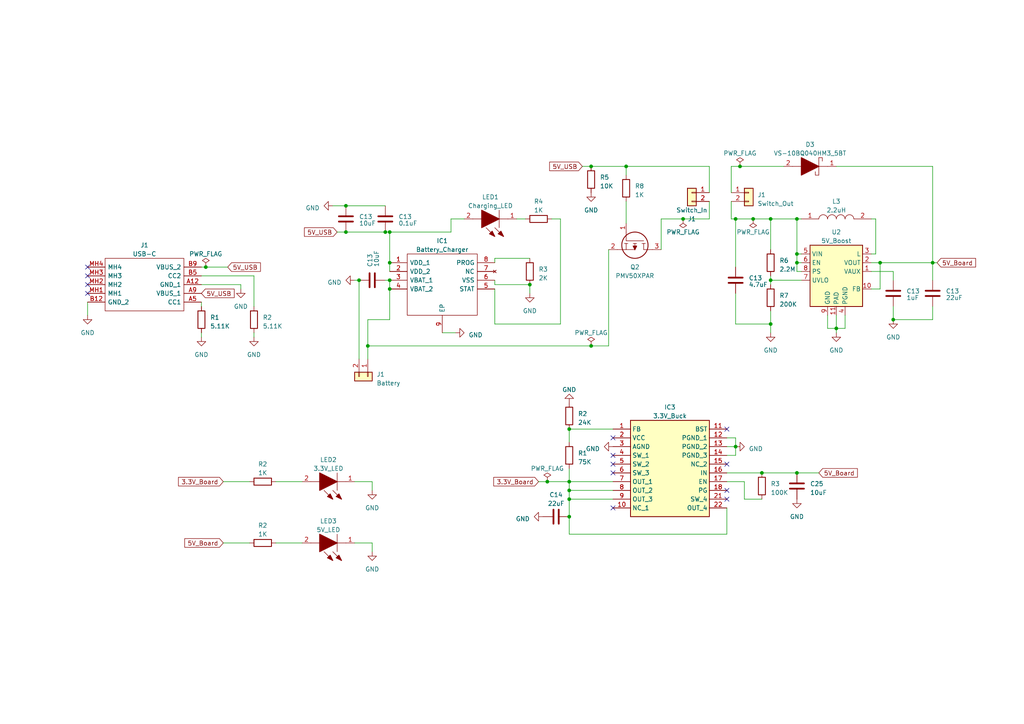
<source format=kicad_sch>
(kicad_sch (version 20230121) (generator eeschema)

  (uuid 0440d24e-c2d3-4183-9bb9-fb7c2270241a)

  (paper "A4")

  (lib_symbols
    (symbol "Connector_Generic:Conn_01x02" (pin_names (offset 1.016) hide) (in_bom yes) (on_board yes)
      (property "Reference" "J" (at 0 2.54 0)
        (effects (font (size 1.27 1.27)))
      )
      (property "Value" "Conn_01x02" (at 0 -5.08 0)
        (effects (font (size 1.27 1.27)))
      )
      (property "Footprint" "" (at 0 0 0)
        (effects (font (size 1.27 1.27)) hide)
      )
      (property "Datasheet" "~" (at 0 0 0)
        (effects (font (size 1.27 1.27)) hide)
      )
      (property "ki_keywords" "connector" (at 0 0 0)
        (effects (font (size 1.27 1.27)) hide)
      )
      (property "ki_description" "Generic connector, single row, 01x02, script generated (kicad-library-utils/schlib/autogen/connector/)" (at 0 0 0)
        (effects (font (size 1.27 1.27)) hide)
      )
      (property "ki_fp_filters" "Connector*:*_1x??_*" (at 0 0 0)
        (effects (font (size 1.27 1.27)) hide)
      )
      (symbol "Conn_01x02_1_1"
        (rectangle (start -1.27 -2.413) (end 0 -2.667)
          (stroke (width 0.1524) (type default))
          (fill (type none))
        )
        (rectangle (start -1.27 0.127) (end 0 -0.127)
          (stroke (width 0.1524) (type default))
          (fill (type none))
        )
        (rectangle (start -1.27 1.27) (end 1.27 -3.81)
          (stroke (width 0.254) (type default))
          (fill (type background))
        )
        (pin passive line (at -5.08 0 0) (length 3.81)
          (name "Pin_1" (effects (font (size 1.27 1.27))))
          (number "1" (effects (font (size 1.27 1.27))))
        )
        (pin passive line (at -5.08 -2.54 0) (length 3.81)
          (name "Pin_2" (effects (font (size 1.27 1.27))))
          (number "2" (effects (font (size 1.27 1.27))))
        )
      )
    )
    (symbol "Device:C" (pin_numbers hide) (pin_names (offset 0.254)) (in_bom yes) (on_board yes)
      (property "Reference" "C" (at 0.635 2.54 0)
        (effects (font (size 1.27 1.27)) (justify left))
      )
      (property "Value" "C" (at 0.635 -2.54 0)
        (effects (font (size 1.27 1.27)) (justify left))
      )
      (property "Footprint" "" (at 0.9652 -3.81 0)
        (effects (font (size 1.27 1.27)) hide)
      )
      (property "Datasheet" "~" (at 0 0 0)
        (effects (font (size 1.27 1.27)) hide)
      )
      (property "ki_keywords" "cap capacitor" (at 0 0 0)
        (effects (font (size 1.27 1.27)) hide)
      )
      (property "ki_description" "Unpolarized capacitor" (at 0 0 0)
        (effects (font (size 1.27 1.27)) hide)
      )
      (property "ki_fp_filters" "C_*" (at 0 0 0)
        (effects (font (size 1.27 1.27)) hide)
      )
      (symbol "C_0_1"
        (polyline
          (pts
            (xy -2.032 -0.762)
            (xy 2.032 -0.762)
          )
          (stroke (width 0.508) (type default))
          (fill (type none))
        )
        (polyline
          (pts
            (xy -2.032 0.762)
            (xy 2.032 0.762)
          )
          (stroke (width 0.508) (type default))
          (fill (type none))
        )
      )
      (symbol "C_1_1"
        (pin passive line (at 0 3.81 270) (length 2.794)
          (name "~" (effects (font (size 1.27 1.27))))
          (number "1" (effects (font (size 1.27 1.27))))
        )
        (pin passive line (at 0 -3.81 90) (length 2.794)
          (name "~" (effects (font (size 1.27 1.27))))
          (number "2" (effects (font (size 1.27 1.27))))
        )
      )
    )
    (symbol "Device:R" (pin_numbers hide) (pin_names (offset 0)) (in_bom yes) (on_board yes)
      (property "Reference" "R" (at 2.032 0 90)
        (effects (font (size 1.27 1.27)))
      )
      (property "Value" "R" (at 0 0 90)
        (effects (font (size 1.27 1.27)))
      )
      (property "Footprint" "" (at -1.778 0 90)
        (effects (font (size 1.27 1.27)) hide)
      )
      (property "Datasheet" "~" (at 0 0 0)
        (effects (font (size 1.27 1.27)) hide)
      )
      (property "ki_keywords" "R res resistor" (at 0 0 0)
        (effects (font (size 1.27 1.27)) hide)
      )
      (property "ki_description" "Resistor" (at 0 0 0)
        (effects (font (size 1.27 1.27)) hide)
      )
      (property "ki_fp_filters" "R_*" (at 0 0 0)
        (effects (font (size 1.27 1.27)) hide)
      )
      (symbol "R_0_1"
        (rectangle (start -1.016 -2.54) (end 1.016 2.54)
          (stroke (width 0.254) (type default))
          (fill (type none))
        )
      )
      (symbol "R_1_1"
        (pin passive line (at 0 3.81 270) (length 1.27)
          (name "~" (effects (font (size 1.27 1.27))))
          (number "1" (effects (font (size 1.27 1.27))))
        )
        (pin passive line (at 0 -3.81 90) (length 1.27)
          (name "~" (effects (font (size 1.27 1.27))))
          (number "2" (effects (font (size 1.27 1.27))))
        )
      )
    )
    (symbol "LQH3NPZ2R2MGRL:LQH3NPZ2R2MGRL" (pin_names (offset 0.762)) (in_bom yes) (on_board yes)
      (property "Reference" "L" (at 16.51 6.35 0)
        (effects (font (size 1.27 1.27)) (justify left))
      )
      (property "Value" "LQH3NPZ2R2MGRL" (at 16.51 3.81 0)
        (effects (font (size 1.27 1.27)) (justify left))
      )
      (property "Footprint" "LQH3NPN100MGRL" (at 16.51 1.27 0)
        (effects (font (size 1.27 1.27)) (justify left) hide)
      )
      (property "Datasheet" "https://psearch.en.murata.com/inductor/product/LQH3NPZ2R2MGR%23.html" (at 16.51 -1.27 0)
        (effects (font (size 1.27 1.27)) (justify left) hide)
      )
      (property "Description" "LQH3NPZ_GR Series Inductor 2.2uH +/-20% 1212 (3030)" (at 16.51 -3.81 0)
        (effects (font (size 1.27 1.27)) (justify left) hide)
      )
      (property "Height" "1" (at 16.51 -6.35 0)
        (effects (font (size 1.27 1.27)) (justify left) hide)
      )
      (property "Mouser Part Number" "81-LQH3NPZ2R2MGRL" (at 16.51 -8.89 0)
        (effects (font (size 1.27 1.27)) (justify left) hide)
      )
      (property "Mouser Price/Stock" "https://www.mouser.co.uk/ProductDetail/Murata-Electronics/LQH3NPZ2R2MGRL?qs=AlcXFAMbscCApGWd2EHyJw%3D%3D" (at 16.51 -11.43 0)
        (effects (font (size 1.27 1.27)) (justify left) hide)
      )
      (property "Manufacturer_Name" "Murata Electronics" (at 16.51 -13.97 0)
        (effects (font (size 1.27 1.27)) (justify left) hide)
      )
      (property "Manufacturer_Part_Number" "LQH3NPZ2R2MGRL" (at 16.51 -16.51 0)
        (effects (font (size 1.27 1.27)) (justify left) hide)
      )
      (symbol "LQH3NPZ2R2MGRL_0_0"
        (pin passive line (at 0 0 0) (length 5.08)
          (name "~" (effects (font (size 1.27 1.27))))
          (number "1" (effects (font (size 1.27 1.27))))
        )
        (pin passive line (at 20.32 0 180) (length 5.08)
          (name "~" (effects (font (size 1.27 1.27))))
          (number "2" (effects (font (size 1.27 1.27))))
        )
      )
      (symbol "LQH3NPZ2R2MGRL_0_1"
        (arc (start 7.62 0) (mid 6.35 1.2202) (end 5.08 0)
          (stroke (width 0.1524) (type solid))
          (fill (type none))
        )
        (arc (start 10.16 0) (mid 8.89 1.2202) (end 7.62 0)
          (stroke (width 0.1524) (type solid))
          (fill (type none))
        )
        (arc (start 12.7 0) (mid 11.43 1.2202) (end 10.16 0)
          (stroke (width 0.1524) (type solid))
          (fill (type none))
        )
        (arc (start 15.24 0) (mid 13.97 1.2202) (end 12.7 0)
          (stroke (width 0.1524) (type solid))
          (fill (type none))
        )
      )
    )
    (symbol "LTST-C190GKT:LTST-C190GKT" (pin_names (offset 0.762)) (in_bom yes) (on_board yes)
      (property "Reference" "LED" (at 12.7 8.89 0)
        (effects (font (size 1.27 1.27)) (justify left bottom))
      )
      (property "Value" "LTST-C190GKT" (at 12.7 6.35 0)
        (effects (font (size 1.27 1.27)) (justify left bottom))
      )
      (property "Footprint" "LEDC1608X90N" (at 12.7 3.81 0)
        (effects (font (size 1.27 1.27)) (justify left bottom) hide)
      )
      (property "Datasheet" "https://media.digikey.com/pdf/Data%20Sheets/Lite-On%20PDFs/LTST-C190GKT.pdf" (at 12.7 1.27 0)
        (effects (font (size 1.27 1.27)) (justify left bottom) hide)
      )
      (property "Description" "Standard LEDs - SMD Green Clear 569nm" (at 12.7 -1.27 0)
        (effects (font (size 1.27 1.27)) (justify left bottom) hide)
      )
      (property "Height" "0.9" (at 12.7 -3.81 0)
        (effects (font (size 1.27 1.27)) (justify left bottom) hide)
      )
      (property "Mouser Part Number" "859-LTST-C190GKT" (at 12.7 -6.35 0)
        (effects (font (size 1.27 1.27)) (justify left bottom) hide)
      )
      (property "Mouser Price/Stock" "https://www.mouser.co.uk/ProductDetail/Lite-On/LTST-C190GKT?qs=drxkyCeiWgbQzclgbojDOg%3D%3D" (at 12.7 -8.89 0)
        (effects (font (size 1.27 1.27)) (justify left bottom) hide)
      )
      (property "Manufacturer_Name" "Lite-On" (at 12.7 -11.43 0)
        (effects (font (size 1.27 1.27)) (justify left bottom) hide)
      )
      (property "Manufacturer_Part_Number" "LTST-C190GKT" (at 12.7 -13.97 0)
        (effects (font (size 1.27 1.27)) (justify left bottom) hide)
      )
      (symbol "LTST-C190GKT_0_0"
        (pin passive line (at 0 0 0) (length 2.54)
          (name "~" (effects (font (size 1.27 1.27))))
          (number "1" (effects (font (size 1.27 1.27))))
        )
        (pin passive line (at 15.24 0 180) (length 2.54)
          (name "~" (effects (font (size 1.27 1.27))))
          (number "2" (effects (font (size 1.27 1.27))))
        )
      )
      (symbol "LTST-C190GKT_0_1"
        (polyline
          (pts
            (xy 2.54 0)
            (xy 5.08 0)
          )
          (stroke (width 0.1524) (type solid))
          (fill (type none))
        )
        (polyline
          (pts
            (xy 5.08 2.54)
            (xy 5.08 -2.54)
          )
          (stroke (width 0.1524) (type solid))
          (fill (type none))
        )
        (polyline
          (pts
            (xy 6.35 2.54)
            (xy 3.81 5.08)
          )
          (stroke (width 0.1524) (type solid))
          (fill (type none))
        )
        (polyline
          (pts
            (xy 8.89 2.54)
            (xy 6.35 5.08)
          )
          (stroke (width 0.1524) (type solid))
          (fill (type none))
        )
        (polyline
          (pts
            (xy 10.16 0)
            (xy 12.7 0)
          )
          (stroke (width 0.1524) (type solid))
          (fill (type none))
        )
        (polyline
          (pts
            (xy 5.08 0)
            (xy 10.16 2.54)
            (xy 10.16 -2.54)
            (xy 5.08 0)
          )
          (stroke (width 0.254) (type solid))
          (fill (type outline))
        )
        (polyline
          (pts
            (xy 5.334 4.318)
            (xy 4.572 3.556)
            (xy 3.81 5.08)
            (xy 5.334 4.318)
          )
          (stroke (width 0.254) (type solid))
          (fill (type outline))
        )
        (polyline
          (pts
            (xy 7.874 4.318)
            (xy 7.112 3.556)
            (xy 6.35 5.08)
            (xy 7.874 4.318)
          )
          (stroke (width 0.254) (type solid))
          (fill (type outline))
        )
      )
    )
    (symbol "MCP73831-2DCI_MC:MCP73831-2DCI_MC" (pin_names (offset 0.762)) (in_bom yes) (on_board yes)
      (property "Reference" "IC" (at 26.67 7.62 0)
        (effects (font (size 1.27 1.27)) (justify left))
      )
      (property "Value" "MCP73831-2DCI_MC" (at 26.67 5.08 0)
        (effects (font (size 1.27 1.27)) (justify left))
      )
      (property "Footprint" "SON50P300X200X100-9N-D" (at 26.67 2.54 0)
        (effects (font (size 1.27 1.27)) (justify left) hide)
      )
      (property "Datasheet" "https://www.arrow.com/en/products/mcp73831-2dcimc/microchip-technology" (at 26.67 0 0)
        (effects (font (size 1.27 1.27)) (justify left) hide)
      )
      (property "Description" "Linear Battery Charger Controller Li-Ion/Li-Pol 505mA 4.2V 8-Pin DFN EP Tube" (at 26.67 -2.54 0)
        (effects (font (size 1.27 1.27)) (justify left) hide)
      )
      (property "Height" "1" (at 26.67 -5.08 0)
        (effects (font (size 1.27 1.27)) (justify left) hide)
      )
      (property "Mouser Part Number" "579-MCP73831-2DCI/MC" (at 26.67 -7.62 0)
        (effects (font (size 1.27 1.27)) (justify left) hide)
      )
      (property "Mouser Price/Stock" "https://www.mouser.co.uk/ProductDetail/Microchip-Technology-Atmel/MCP73831-2DCI-MC?qs=hH%252BOa0VZEiBQ%2FrptDRXKdg%3D%3D" (at 26.67 -10.16 0)
        (effects (font (size 1.27 1.27)) (justify left) hide)
      )
      (property "Manufacturer_Name" "Microchip" (at 26.67 -12.7 0)
        (effects (font (size 1.27 1.27)) (justify left) hide)
      )
      (property "Manufacturer_Part_Number" "MCP73831-2DCI/MC" (at 26.67 -15.24 0)
        (effects (font (size 1.27 1.27)) (justify left) hide)
      )
      (symbol "MCP73831-2DCI_MC_0_0"
        (pin passive line (at 0 0 0) (length 5.08)
          (name "VDD_1" (effects (font (size 1.27 1.27))))
          (number "1" (effects (font (size 1.27 1.27))))
        )
        (pin passive line (at 0 -2.54 0) (length 5.08)
          (name "VDD_2" (effects (font (size 1.27 1.27))))
          (number "2" (effects (font (size 1.27 1.27))))
        )
        (pin passive line (at 0 -5.08 0) (length 5.08)
          (name "VBAT_1" (effects (font (size 1.27 1.27))))
          (number "3" (effects (font (size 1.27 1.27))))
        )
        (pin passive line (at 0 -7.62 0) (length 5.08)
          (name "VBAT_2" (effects (font (size 1.27 1.27))))
          (number "4" (effects (font (size 1.27 1.27))))
        )
        (pin passive line (at 30.48 -7.62 180) (length 5.08)
          (name "STAT" (effects (font (size 1.27 1.27))))
          (number "5" (effects (font (size 1.27 1.27))))
        )
        (pin passive line (at 30.48 -5.08 180) (length 5.08)
          (name "VSS" (effects (font (size 1.27 1.27))))
          (number "6" (effects (font (size 1.27 1.27))))
        )
        (pin no_connect line (at 30.48 -2.54 180) (length 5.08)
          (name "NC" (effects (font (size 1.27 1.27))))
          (number "7" (effects (font (size 1.27 1.27))))
        )
        (pin passive line (at 30.48 0 180) (length 5.08)
          (name "PROG" (effects (font (size 1.27 1.27))))
          (number "8" (effects (font (size 1.27 1.27))))
        )
        (pin passive line (at 15.24 -20.32 90) (length 5.08)
          (name "EP" (effects (font (size 1.27 1.27))))
          (number "9" (effects (font (size 1.27 1.27))))
        )
      )
      (symbol "MCP73831-2DCI_MC_0_1"
        (polyline
          (pts
            (xy 5.08 2.54)
            (xy 25.4 2.54)
            (xy 25.4 -15.24)
            (xy 5.08 -15.24)
            (xy 5.08 2.54)
          )
          (stroke (width 0.1524) (type solid))
          (fill (type none))
        )
      )
    )
    (symbol "MPM3610AGQV-Z:MPM3610AGQV-Z" (in_bom yes) (on_board yes)
      (property "Reference" "IC" (at 29.21 7.62 0)
        (effects (font (size 1.27 1.27)) (justify left top))
      )
      (property "Value" "MPM3610AGQV-Z" (at 29.21 5.08 0)
        (effects (font (size 1.27 1.27)) (justify left top))
      )
      (property "Footprint" "MPM3610AGQVZ" (at 29.21 -94.92 0)
        (effects (font (size 1.27 1.27)) (justify left top) hide)
      )
      (property "Datasheet" "https://www.monolithicpower.com/pub/media/document/MPM3610A_r1.0.pdf" (at 29.21 -194.92 0)
        (effects (font (size 1.27 1.27)) (justify left top) hide)
      )
      (property "Height" "1.65" (at 29.21 -394.92 0)
        (effects (font (size 1.27 1.27)) (justify left top) hide)
      )
      (property "Mouser Part Number" "946-MPM3610AGQV-Z" (at 29.21 -494.92 0)
        (effects (font (size 1.27 1.27)) (justify left top) hide)
      )
      (property "Mouser Price/Stock" "https://www.mouser.co.uk/ProductDetail/Monolithic-Power-Systems-MPS/MPM3610AGQV-Z?qs=ZNK0BnemlqFKL2BkndmY4g%3D%3D" (at 29.21 -594.92 0)
        (effects (font (size 1.27 1.27)) (justify left top) hide)
      )
      (property "Manufacturer_Name" "Monolithic Power Systems (MPS)" (at 29.21 -694.92 0)
        (effects (font (size 1.27 1.27)) (justify left top) hide)
      )
      (property "Manufacturer_Part_Number" "MPM3610AGQV-Z" (at 29.21 -794.92 0)
        (effects (font (size 1.27 1.27)) (justify left top) hide)
      )
      (property "ki_description" "DC DC CONVERTER 0.8-18.48V" (at 0 0 0)
        (effects (font (size 1.27 1.27)) hide)
      )
      (symbol "MPM3610AGQV-Z_1_1"
        (rectangle (start 5.08 2.54) (end 27.94 -25.4)
          (stroke (width 0.254) (type default))
          (fill (type background))
        )
        (pin passive line (at 0 0 0) (length 5.08)
          (name "FB" (effects (font (size 1.27 1.27))))
          (number "1" (effects (font (size 1.27 1.27))))
        )
        (pin passive line (at 0 -22.86 0) (length 5.08)
          (name "NC_1" (effects (font (size 1.27 1.27))))
          (number "10" (effects (font (size 1.27 1.27))))
        )
        (pin passive line (at 33.02 0 180) (length 5.08)
          (name "BST" (effects (font (size 1.27 1.27))))
          (number "11" (effects (font (size 1.27 1.27))))
        )
        (pin passive line (at 33.02 -2.54 180) (length 5.08)
          (name "PGND_1" (effects (font (size 1.27 1.27))))
          (number "12" (effects (font (size 1.27 1.27))))
        )
        (pin passive line (at 33.02 -5.08 180) (length 5.08)
          (name "PGND_2" (effects (font (size 1.27 1.27))))
          (number "13" (effects (font (size 1.27 1.27))))
        )
        (pin passive line (at 33.02 -7.62 180) (length 5.08)
          (name "PGND_3" (effects (font (size 1.27 1.27))))
          (number "14" (effects (font (size 1.27 1.27))))
        )
        (pin passive line (at 33.02 -10.16 180) (length 5.08)
          (name "NC_2" (effects (font (size 1.27 1.27))))
          (number "15" (effects (font (size 1.27 1.27))))
        )
        (pin passive line (at 33.02 -12.7 180) (length 5.08)
          (name "IN" (effects (font (size 1.27 1.27))))
          (number "16" (effects (font (size 1.27 1.27))))
        )
        (pin passive line (at 33.02 -15.24 180) (length 5.08)
          (name "EN" (effects (font (size 1.27 1.27))))
          (number "17" (effects (font (size 1.27 1.27))))
        )
        (pin passive line (at 33.02 -17.78 180) (length 5.08)
          (name "PG" (effects (font (size 1.27 1.27))))
          (number "18" (effects (font (size 1.27 1.27))))
        )
        (pin passive line (at 0 -2.54 0) (length 5.08)
          (name "VCC" (effects (font (size 1.27 1.27))))
          (number "2" (effects (font (size 1.27 1.27))))
        )
        (pin passive line (at 33.02 -20.32 180) (length 5.08)
          (name "SW_4" (effects (font (size 1.27 1.27))))
          (number "21" (effects (font (size 1.27 1.27))))
        )
        (pin passive line (at 33.02 -22.86 180) (length 5.08)
          (name "OUT_4" (effects (font (size 1.27 1.27))))
          (number "22" (effects (font (size 1.27 1.27))))
        )
        (pin passive line (at 0 -5.08 0) (length 5.08)
          (name "AGND" (effects (font (size 1.27 1.27))))
          (number "3" (effects (font (size 1.27 1.27))))
        )
        (pin passive line (at 0 -7.62 0) (length 5.08)
          (name "SW_1" (effects (font (size 1.27 1.27))))
          (number "4" (effects (font (size 1.27 1.27))))
        )
        (pin passive line (at 0 -10.16 0) (length 5.08)
          (name "SW_2" (effects (font (size 1.27 1.27))))
          (number "5" (effects (font (size 1.27 1.27))))
        )
        (pin passive line (at 0 -12.7 0) (length 5.08)
          (name "SW_3" (effects (font (size 1.27 1.27))))
          (number "6" (effects (font (size 1.27 1.27))))
        )
        (pin passive line (at 0 -15.24 0) (length 5.08)
          (name "OUT_1" (effects (font (size 1.27 1.27))))
          (number "7" (effects (font (size 1.27 1.27))))
        )
        (pin passive line (at 0 -17.78 0) (length 5.08)
          (name "OUT_2" (effects (font (size 1.27 1.27))))
          (number "8" (effects (font (size 1.27 1.27))))
        )
        (pin passive line (at 0 -20.32 0) (length 5.08)
          (name "OUT_3" (effects (font (size 1.27 1.27))))
          (number "9" (effects (font (size 1.27 1.27))))
        )
      )
    )
    (symbol "PMV50XPAR:PMV50XPAR" (pin_names (offset 0.762)) (in_bom yes) (on_board yes)
      (property "Reference" "Q" (at 11.43 3.81 0)
        (effects (font (size 1.27 1.27)) (justify left))
      )
      (property "Value" "PMV50XPAR" (at 11.43 1.27 0)
        (effects (font (size 1.27 1.27)) (justify left))
      )
      (property "Footprint" "SOT95P230X110-3N" (at 11.43 -1.27 0)
        (effects (font (size 1.27 1.27)) (justify left) hide)
      )
      (property "Datasheet" "https://assets.nexperia.com/documents/data-sheet/PMV50XPA.pdf" (at 11.43 -3.81 0)
        (effects (font (size 1.27 1.27)) (justify left) hide)
      )
      (property "Description" "PMV50XPA - 20 V, P-channel Trench MOSFET@en-us" (at 11.43 -6.35 0)
        (effects (font (size 1.27 1.27)) (justify left) hide)
      )
      (property "Height" "1.1" (at 11.43 -8.89 0)
        (effects (font (size 1.27 1.27)) (justify left) hide)
      )
      (property "Mouser Part Number" "771-PMV50XPAR" (at 11.43 -11.43 0)
        (effects (font (size 1.27 1.27)) (justify left) hide)
      )
      (property "Mouser Price/Stock" "https://www.mouser.co.uk/ProductDetail/Nexperia/PMV50XPAR?qs=amGC7iS6iy%2F5FSUzonJrVQ%3D%3D" (at 11.43 -13.97 0)
        (effects (font (size 1.27 1.27)) (justify left) hide)
      )
      (property "Manufacturer_Name" "Nexperia" (at 11.43 -16.51 0)
        (effects (font (size 1.27 1.27)) (justify left) hide)
      )
      (property "Manufacturer_Part_Number" "PMV50XPAR" (at 11.43 -19.05 0)
        (effects (font (size 1.27 1.27)) (justify left) hide)
      )
      (symbol "PMV50XPAR_0_0"
        (pin passive line (at 0 0 0) (length 2.54)
          (name "~" (effects (font (size 1.27 1.27))))
          (number "1" (effects (font (size 1.27 1.27))))
        )
        (pin passive line (at 7.62 -5.08 90) (length 2.54)
          (name "~" (effects (font (size 1.27 1.27))))
          (number "2" (effects (font (size 1.27 1.27))))
        )
        (pin passive line (at 7.62 10.16 270) (length 2.54)
          (name "~" (effects (font (size 1.27 1.27))))
          (number "3" (effects (font (size 1.27 1.27))))
        )
      )
      (symbol "PMV50XPAR_0_1"
        (polyline
          (pts
            (xy 5.842 -0.508)
            (xy 5.842 0.508)
          )
          (stroke (width 0.1524) (type solid))
          (fill (type none))
        )
        (polyline
          (pts
            (xy 5.842 0)
            (xy 7.62 0)
          )
          (stroke (width 0.1524) (type solid))
          (fill (type none))
        )
        (polyline
          (pts
            (xy 5.842 2.032)
            (xy 5.842 3.048)
          )
          (stroke (width 0.1524) (type solid))
          (fill (type none))
        )
        (polyline
          (pts
            (xy 5.842 5.588)
            (xy 5.842 4.572)
          )
          (stroke (width 0.1524) (type solid))
          (fill (type none))
        )
        (polyline
          (pts
            (xy 7.62 2.54)
            (xy 5.842 2.54)
          )
          (stroke (width 0.1524) (type solid))
          (fill (type none))
        )
        (polyline
          (pts
            (xy 7.62 2.54)
            (xy 7.62 -2.54)
          )
          (stroke (width 0.1524) (type solid))
          (fill (type none))
        )
        (polyline
          (pts
            (xy 7.62 5.08)
            (xy 5.842 5.08)
          )
          (stroke (width 0.1524) (type solid))
          (fill (type none))
        )
        (polyline
          (pts
            (xy 7.62 5.08)
            (xy 7.62 7.62)
          )
          (stroke (width 0.1524) (type solid))
          (fill (type none))
        )
        (polyline
          (pts
            (xy 2.54 0)
            (xy 5.08 0)
            (xy 5.08 5.08)
          )
          (stroke (width 0.1524) (type solid))
          (fill (type none))
        )
        (polyline
          (pts
            (xy 7.62 2.54)
            (xy 6.604 3.048)
            (xy 6.604 2.032)
            (xy 7.62 2.54)
          )
          (stroke (width 0.254) (type solid))
          (fill (type outline))
        )
        (circle (center 6.35 2.54) (radius 3.81)
          (stroke (width 0.254) (type solid))
          (fill (type none))
        )
      )
    )
    (symbol "Regulator_Switching:TPS61200DRC" (in_bom yes) (on_board yes)
      (property "Reference" "U" (at -10.16 8.89 0)
        (effects (font (size 1.27 1.27)) (justify left))
      )
      (property "Value" "TPS61200DRC" (at -2.54 8.89 0)
        (effects (font (size 1.27 1.27)) (justify left))
      )
      (property "Footprint" "Package_SON:Texas_S-PVSON-N10_ThermalVias" (at 0 -11.43 0)
        (effects (font (size 1.27 1.27)) hide)
      )
      (property "Datasheet" "http://www.ti.com/lit/ds/symlink/tps61200.pdf" (at 0 0 0)
        (effects (font (size 1.27 1.27)) hide)
      )
      (property "ki_keywords" "boost step-up DC/DC synchronous" (at 0 0 0)
        (effects (font (size 1.27 1.27)) hide)
      )
      (property "ki_description" "Low Input Voltage Synchronous Boost Converter With 1.3A Switches, Adjustable Output Voltage, 0.3-5.5V Input Voltage, VSON-10" (at 0 0 0)
        (effects (font (size 1.27 1.27)) hide)
      )
      (property "ki_fp_filters" "Texas*S*PVSON*N10*ThermalVias*" (at 0 0 0)
        (effects (font (size 1.27 1.27)) hide)
      )
      (symbol "TPS61200DRC_0_1"
        (rectangle (start -7.62 7.62) (end 7.62 -10.16)
          (stroke (width 0.254) (type default))
          (fill (type background))
        )
      )
      (symbol "TPS61200DRC_1_1"
        (pin bidirectional line (at 10.16 0 180) (length 2.54)
          (name "VAUX" (effects (font (size 1.27 1.27))))
          (number "1" (effects (font (size 1.27 1.27))))
        )
        (pin input line (at 10.16 -5.08 180) (length 2.54)
          (name "FB" (effects (font (size 1.27 1.27))))
          (number "10" (effects (font (size 1.27 1.27))))
        )
        (pin power_in line (at 0 -12.7 90) (length 2.54)
          (name "PAD" (effects (font (size 1.27 1.27))))
          (number "11" (effects (font (size 1.27 1.27))))
        )
        (pin power_out line (at 10.16 2.54 180) (length 2.54)
          (name "VOUT" (effects (font (size 1.27 1.27))))
          (number "2" (effects (font (size 1.27 1.27))))
        )
        (pin input line (at 10.16 5.08 180) (length 2.54)
          (name "L" (effects (font (size 1.27 1.27))))
          (number "3" (effects (font (size 1.27 1.27))))
        )
        (pin power_in line (at 2.54 -12.7 90) (length 2.54)
          (name "PGND" (effects (font (size 1.27 1.27))))
          (number "4" (effects (font (size 1.27 1.27))))
        )
        (pin power_in line (at -10.16 5.08 0) (length 2.54)
          (name "VIN" (effects (font (size 1.27 1.27))))
          (number "5" (effects (font (size 1.27 1.27))))
        )
        (pin input line (at -10.16 2.54 0) (length 2.54)
          (name "EN" (effects (font (size 1.27 1.27))))
          (number "6" (effects (font (size 1.27 1.27))))
        )
        (pin input line (at -10.16 -2.54 0) (length 2.54)
          (name "UVLO" (effects (font (size 1.27 1.27))))
          (number "7" (effects (font (size 1.27 1.27))))
        )
        (pin input line (at -10.16 0 0) (length 2.54)
          (name "PS" (effects (font (size 1.27 1.27))))
          (number "8" (effects (font (size 1.27 1.27))))
        )
        (pin power_in line (at -2.54 -12.7 90) (length 2.54)
          (name "GND" (effects (font (size 1.27 1.27))))
          (number "9" (effects (font (size 1.27 1.27))))
        )
      )
    )
    (symbol "USB4125-GF-A-0190:USB4125-GF-A-0190" (pin_names (offset 0.762)) (in_bom yes) (on_board yes)
      (property "Reference" "J" (at 29.21 7.62 0)
        (effects (font (size 1.27 1.27)) (justify left))
      )
      (property "Value" "USB4125-GF-A-0190" (at 29.21 5.08 0)
        (effects (font (size 1.27 1.27)) (justify left))
      )
      (property "Footprint" "USB4125GFA0190" (at 29.21 2.54 0)
        (effects (font (size 1.27 1.27)) (justify left) hide)
      )
      (property "Datasheet" "" (at 29.21 0 0)
        (effects (font (size 1.27 1.27)) (justify left) hide)
      )
      (property "Description" "USB Connectors USB C Rec GF RA 6P SMT TH Stakes 1.9mm" (at 29.21 -2.54 0)
        (effects (font (size 1.27 1.27)) (justify left) hide)
      )
      (property "Height" "" (at 29.21 -5.08 0)
        (effects (font (size 1.27 1.27)) (justify left) hide)
      )
      (property "Mouser Part Number" "640-USB4125-GF-A-190" (at 29.21 -7.62 0)
        (effects (font (size 1.27 1.27)) (justify left) hide)
      )
      (property "Mouser Price/Stock" "https://www.mouser.co.uk/ProductDetail/GCT/USB4125-GF-A-0190?qs=QNEnbhJQKvbCz4hEJBS24w%3D%3D" (at 29.21 -10.16 0)
        (effects (font (size 1.27 1.27)) (justify left) hide)
      )
      (property "Manufacturer_Name" "GCT (GLOBAL CONNECTOR TECHNOLOGY)" (at 29.21 -12.7 0)
        (effects (font (size 1.27 1.27)) (justify left) hide)
      )
      (property "Manufacturer_Part_Number" "USB4125-GF-A-0190" (at 29.21 -15.24 0)
        (effects (font (size 1.27 1.27)) (justify left) hide)
      )
      (symbol "USB4125-GF-A-0190_0_0"
        (pin passive line (at 0 -5.08 0) (length 5.08)
          (name "GND_1" (effects (font (size 1.27 1.27))))
          (number "A12" (effects (font (size 1.27 1.27))))
        )
        (pin passive line (at 0 0 0) (length 5.08)
          (name "CC1" (effects (font (size 1.27 1.27))))
          (number "A5" (effects (font (size 1.27 1.27))))
        )
        (pin passive line (at 0 -2.54 0) (length 5.08)
          (name "VBUS_1" (effects (font (size 1.27 1.27))))
          (number "A9" (effects (font (size 1.27 1.27))))
        )
        (pin passive line (at 33.02 0 180) (length 5.08)
          (name "GND_2" (effects (font (size 1.27 1.27))))
          (number "B12" (effects (font (size 1.27 1.27))))
        )
        (pin passive line (at 0 -7.62 0) (length 5.08)
          (name "CC2" (effects (font (size 1.27 1.27))))
          (number "B5" (effects (font (size 1.27 1.27))))
        )
        (pin passive line (at 0 -10.16 0) (length 5.08)
          (name "VBUS_2" (effects (font (size 1.27 1.27))))
          (number "B9" (effects (font (size 1.27 1.27))))
        )
        (pin passive line (at 33.02 -2.54 180) (length 5.08)
          (name "MH1" (effects (font (size 1.27 1.27))))
          (number "MH1" (effects (font (size 1.27 1.27))))
        )
        (pin passive line (at 33.02 -5.08 180) (length 5.08)
          (name "MH2" (effects (font (size 1.27 1.27))))
          (number "MH2" (effects (font (size 1.27 1.27))))
        )
        (pin passive line (at 33.02 -7.62 180) (length 5.08)
          (name "MH3" (effects (font (size 1.27 1.27))))
          (number "MH3" (effects (font (size 1.27 1.27))))
        )
        (pin passive line (at 33.02 -10.16 180) (length 5.08)
          (name "MH4" (effects (font (size 1.27 1.27))))
          (number "MH4" (effects (font (size 1.27 1.27))))
        )
      )
      (symbol "USB4125-GF-A-0190_0_1"
        (polyline
          (pts
            (xy 5.08 2.54)
            (xy 27.94 2.54)
            (xy 27.94 -12.7)
            (xy 5.08 -12.7)
            (xy 5.08 2.54)
          )
          (stroke (width 0.1524) (type solid))
          (fill (type none))
        )
      )
    )
    (symbol "VS-10BQ040HM3_5BT:VS-10BQ040HM3_5BT" (pin_names (offset 0.762)) (in_bom yes) (on_board yes)
      (property "Reference" "D" (at 12.7 8.89 0)
        (effects (font (size 1.27 1.27)) (justify left))
      )
      (property "Value" "VS-10BQ040HM3_5BT" (at 12.7 6.35 0)
        (effects (font (size 1.27 1.27)) (justify left))
      )
      (property "Footprint" "SMBJ20CDM3I" (at 12.7 3.81 0)
        (effects (font (size 1.27 1.27)) (justify left) hide)
      )
      (property "Datasheet" "https://www.vishay.com/docs/95723/vs-10bq040hm3.pdf" (at 12.7 1.27 0)
        (effects (font (size 1.27 1.27)) (justify left) hide)
      )
      (property "Description" "Schottky Diodes & Rectifiers Schottky - SMB-e3" (at 12.7 -1.27 0)
        (effects (font (size 1.27 1.27)) (justify left) hide)
      )
      (property "Height" "2.44" (at 12.7 -3.81 0)
        (effects (font (size 1.27 1.27)) (justify left) hide)
      )
      (property "Mouser Part Number" "78-VS-10BQ040HM35BT" (at 12.7 -6.35 0)
        (effects (font (size 1.27 1.27)) (justify left) hide)
      )
      (property "Mouser Price/Stock" "https://www.mouser.co.uk/ProductDetail/Vishay-Semiconductors/VS-10BQ040HM3-5BT?qs=p1ya7m3AA0A911tS7ZBIQg%3D%3D" (at 12.7 -8.89 0)
        (effects (font (size 1.27 1.27)) (justify left) hide)
      )
      (property "Manufacturer_Name" "Vishay" (at 12.7 -11.43 0)
        (effects (font (size 1.27 1.27)) (justify left) hide)
      )
      (property "Manufacturer_Part_Number" "VS-10BQ040HM3/5BT" (at 12.7 -13.97 0)
        (effects (font (size 1.27 1.27)) (justify left) hide)
      )
      (symbol "VS-10BQ040HM3_5BT_0_0"
        (pin passive line (at 2.54 0 0) (length 2.54)
          (name "~" (effects (font (size 1.27 1.27))))
          (number "1" (effects (font (size 1.27 1.27))))
        )
        (pin passive line (at 17.78 0 180) (length 2.54)
          (name "~" (effects (font (size 1.27 1.27))))
          (number "2" (effects (font (size 1.27 1.27))))
        )
      )
      (symbol "VS-10BQ040HM3_5BT_0_1"
        (polyline
          (pts
            (xy 5.08 0)
            (xy 7.62 0)
          )
          (stroke (width 0.1524) (type solid))
          (fill (type none))
        )
        (polyline
          (pts
            (xy 7.62 2.54)
            (xy 7.62 -2.54)
          )
          (stroke (width 0.1524) (type solid))
          (fill (type none))
        )
        (polyline
          (pts
            (xy 12.7 0)
            (xy 15.24 0)
          )
          (stroke (width 0.1524) (type solid))
          (fill (type none))
        )
        (polyline
          (pts
            (xy 7.62 -2.54)
            (xy 6.604 -2.54)
            (xy 6.604 -1.524)
          )
          (stroke (width 0.1524) (type solid))
          (fill (type none))
        )
        (polyline
          (pts
            (xy 7.62 2.54)
            (xy 8.636 2.54)
            (xy 8.636 1.524)
          )
          (stroke (width 0.1524) (type solid))
          (fill (type none))
        )
        (polyline
          (pts
            (xy 7.62 0)
            (xy 12.7 2.54)
            (xy 12.7 -2.54)
            (xy 7.62 0)
          )
          (stroke (width 0.254) (type solid))
          (fill (type outline))
        )
      )
    )
    (symbol "power:GND" (power) (pin_names (offset 0)) (in_bom yes) (on_board yes)
      (property "Reference" "#PWR" (at 0 -6.35 0)
        (effects (font (size 1.27 1.27)) hide)
      )
      (property "Value" "GND" (at 0 -3.81 0)
        (effects (font (size 1.27 1.27)))
      )
      (property "Footprint" "" (at 0 0 0)
        (effects (font (size 1.27 1.27)) hide)
      )
      (property "Datasheet" "" (at 0 0 0)
        (effects (font (size 1.27 1.27)) hide)
      )
      (property "ki_keywords" "global power" (at 0 0 0)
        (effects (font (size 1.27 1.27)) hide)
      )
      (property "ki_description" "Power symbol creates a global label with name \"GND\" , ground" (at 0 0 0)
        (effects (font (size 1.27 1.27)) hide)
      )
      (symbol "GND_0_1"
        (polyline
          (pts
            (xy 0 0)
            (xy 0 -1.27)
            (xy 1.27 -1.27)
            (xy 0 -2.54)
            (xy -1.27 -1.27)
            (xy 0 -1.27)
          )
          (stroke (width 0) (type default))
          (fill (type none))
        )
      )
      (symbol "GND_1_1"
        (pin power_in line (at 0 0 270) (length 0) hide
          (name "GND" (effects (font (size 1.27 1.27))))
          (number "1" (effects (font (size 1.27 1.27))))
        )
      )
    )
    (symbol "power:PWR_FLAG" (power) (pin_numbers hide) (pin_names (offset 0) hide) (in_bom yes) (on_board yes)
      (property "Reference" "#FLG" (at 0 1.905 0)
        (effects (font (size 1.27 1.27)) hide)
      )
      (property "Value" "PWR_FLAG" (at 0 3.81 0)
        (effects (font (size 1.27 1.27)))
      )
      (property "Footprint" "" (at 0 0 0)
        (effects (font (size 1.27 1.27)) hide)
      )
      (property "Datasheet" "~" (at 0 0 0)
        (effects (font (size 1.27 1.27)) hide)
      )
      (property "ki_keywords" "flag power" (at 0 0 0)
        (effects (font (size 1.27 1.27)) hide)
      )
      (property "ki_description" "Special symbol for telling ERC where power comes from" (at 0 0 0)
        (effects (font (size 1.27 1.27)) hide)
      )
      (symbol "PWR_FLAG_0_0"
        (pin power_out line (at 0 0 90) (length 0)
          (name "pwr" (effects (font (size 1.27 1.27))))
          (number "1" (effects (font (size 1.27 1.27))))
        )
      )
      (symbol "PWR_FLAG_0_1"
        (polyline
          (pts
            (xy 0 0)
            (xy 0 1.27)
            (xy -1.016 1.905)
            (xy 0 2.54)
            (xy 1.016 1.905)
            (xy 0 1.27)
          )
          (stroke (width 0) (type default))
          (fill (type none))
        )
      )
    )
  )


  (junction (at 113.03 76.2) (diameter 0) (color 0 0 0 0)
    (uuid 048a525d-5d6e-4c92-a9fa-39a19070fc5a)
  )
  (junction (at 231.14 76.2) (diameter 0) (color 0 0 0 0)
    (uuid 0997e06f-106c-403a-94c2-74c639130757)
  )
  (junction (at 111.76 67.31) (diameter 0) (color 0 0 0 0)
    (uuid 0bbaa035-b44b-434b-8f18-ddd53579b5f2)
  )
  (junction (at 242.57 95.25) (diameter 0) (color 0 0 0 0)
    (uuid 0df53aab-329b-461b-aa4f-fe8420b1e449)
  )
  (junction (at 153.67 82.55) (diameter 0) (color 0 0 0 0)
    (uuid 11c555d4-f2f4-413e-acb9-600d0224f413)
  )
  (junction (at 218.44 63.5) (diameter 0) (color 0 0 0 0)
    (uuid 1227adb8-033f-41d3-adbe-29a2893642f7)
  )
  (junction (at 231.14 73.66) (diameter 0) (color 0 0 0 0)
    (uuid 23b37d03-5092-44b7-aed8-d6b223a44faa)
  )
  (junction (at 100.33 67.31) (diameter 0) (color 0 0 0 0)
    (uuid 2aa6bf3f-0c40-45d9-a5d8-568429a840ef)
  )
  (junction (at 171.45 100.33) (diameter 0) (color 0 0 0 0)
    (uuid 2ce80e87-dcfb-400d-b728-bf5bf369784d)
  )
  (junction (at 165.1 124.46) (diameter 0) (color 0 0 0 0)
    (uuid 2d2aa393-7f8f-4a6c-be25-034e2cd03b18)
  )
  (junction (at 113.03 67.31) (diameter 0) (color 0 0 0 0)
    (uuid 30777cf9-238d-45ec-8027-e10789f1bed3)
  )
  (junction (at 113.03 83.82) (diameter 0) (color 0 0 0 0)
    (uuid 37cc1db0-5e4f-4b88-a46e-362f228b05b9)
  )
  (junction (at 223.52 93.98) (diameter 0) (color 0 0 0 0)
    (uuid 3b30d98a-97a2-4710-aef3-fcb4152a4708)
  )
  (junction (at 270.51 76.2) (diameter 0) (color 0 0 0 0)
    (uuid 4212f095-7518-471b-9336-1451f9e1b48b)
  )
  (junction (at 259.08 92.71) (diameter 0) (color 0 0 0 0)
    (uuid 4a4229e2-fe0a-4d2e-a13d-801f6829f1ac)
  )
  (junction (at 213.36 129.54) (diameter 0) (color 0 0 0 0)
    (uuid 4a9f6296-5615-4b5d-95fc-cf67dc226a22)
  )
  (junction (at 223.52 81.28) (diameter 0) (color 0 0 0 0)
    (uuid 6ae6fa6e-8723-4410-99cb-fe8676366676)
  )
  (junction (at 214.63 48.26) (diameter 0) (color 0 0 0 0)
    (uuid 6defa1d2-0430-43e1-bfbb-028ab097341b)
  )
  (junction (at 104.14 81.28) (diameter 0) (color 0 0 0 0)
    (uuid 7afb3a9b-9c1c-494b-9506-76174db52cec)
  )
  (junction (at 165.1 139.7) (diameter 0) (color 0 0 0 0)
    (uuid 86e021cb-55a9-400e-b446-550b40771b8b)
  )
  (junction (at 165.1 149.86) (diameter 0) (color 0 0 0 0)
    (uuid 92fa88c9-78f1-4fac-aae5-bc49a1163109)
  )
  (junction (at 255.27 76.2) (diameter 0) (color 0 0 0 0)
    (uuid 9d355258-c17b-4c7e-9580-9a1f4a5bf182)
  )
  (junction (at 171.45 48.26) (diameter 0) (color 0 0 0 0)
    (uuid a136ccfa-0371-46e4-905c-19afd99a68b9)
  )
  (junction (at 59.69 77.47) (diameter 0) (color 0 0 0 0)
    (uuid a1dc6e9f-840b-4e0d-be68-826a42e0ea41)
  )
  (junction (at 100.33 59.69) (diameter 0) (color 0 0 0 0)
    (uuid ba3c813d-e7b9-4409-b3d7-3319f5066535)
  )
  (junction (at 213.36 63.5) (diameter 0) (color 0 0 0 0)
    (uuid ba64e711-0621-4ea0-932a-f731c71692c0)
  )
  (junction (at 231.14 137.16) (diameter 0) (color 0 0 0 0)
    (uuid bd30dbe2-cec7-46b5-8d5a-65744237830b)
  )
  (junction (at 106.68 100.33) (diameter 0) (color 0 0 0 0)
    (uuid bf506792-5137-47a0-acb6-72a0105b19ed)
  )
  (junction (at 113.03 81.28) (diameter 0) (color 0 0 0 0)
    (uuid c196f822-1e6c-402f-a1fe-c8a744d40f3f)
  )
  (junction (at 198.12 63.5) (diameter 0) (color 0 0 0 0)
    (uuid c4ab908e-eb07-45df-b518-9082a3ff4c6c)
  )
  (junction (at 223.52 63.5) (diameter 0) (color 0 0 0 0)
    (uuid d41dd9a7-398f-4968-b9e5-a0887eeaf402)
  )
  (junction (at 220.98 137.16) (diameter 0) (color 0 0 0 0)
    (uuid da5d9b35-34d9-420b-8c85-ed8293ea9293)
  )
  (junction (at 231.14 63.5) (diameter 0) (color 0 0 0 0)
    (uuid df48c4cd-67e3-46d2-b661-6e87007e702e)
  )
  (junction (at 181.61 48.26) (diameter 0) (color 0 0 0 0)
    (uuid e122d8b0-7171-4935-97d6-e2f331a3da3e)
  )
  (junction (at 158.75 139.7) (diameter 0) (color 0 0 0 0)
    (uuid ea883e05-2e42-4e90-990c-02fadb07122f)
  )
  (junction (at 165.1 144.78) (diameter 0) (color 0 0 0 0)
    (uuid eaba61aa-0ac6-4470-ba08-c016b9b3aaaf)
  )
  (junction (at 165.1 142.24) (diameter 0) (color 0 0 0 0)
    (uuid f8ee84a5-0e15-4f3c-9e2d-b4af6f227751)
  )

  (no_connect (at 25.4 80.01) (uuid 08972c79-2690-4497-9e5b-ddaa297bd46c))
  (no_connect (at 25.4 77.47) (uuid 0d491315-622d-4abf-ac6c-ddf74973d1b5))
  (no_connect (at 210.82 144.78) (uuid 1d1bf430-96ea-46f2-85a4-9783fa8d73dc))
  (no_connect (at 177.8 127) (uuid 298ad369-79a6-4a80-92d8-3b9edb57fc6f))
  (no_connect (at 25.4 82.55) (uuid 49859bd9-788b-4fd4-ba97-49f1cf35a9f5))
  (no_connect (at 210.82 134.62) (uuid 5bad2ea8-a364-4432-ad93-bb41e9fcd2f8))
  (no_connect (at 177.8 134.62) (uuid 66c11141-67a4-40a3-b08e-d391dd986d7c))
  (no_connect (at 210.82 124.46) (uuid 6e78d961-6d98-4582-85da-f426f0b29c94))
  (no_connect (at 177.8 147.32) (uuid 748c65a7-9344-4bd8-90ea-328695ed2b88))
  (no_connect (at 177.8 132.08) (uuid 8f01885c-7c26-4a50-9cb1-c7ccc7a6b354))
  (no_connect (at 210.82 142.24) (uuid 8ffae6d5-b5c8-43a0-bbff-1779bfe7affc))
  (no_connect (at 177.8 137.16) (uuid 97f981b6-857e-45ae-a60f-b509f51dd6ff))
  (no_connect (at 25.4 85.09) (uuid d3003fd2-43ff-4313-b3e1-50e81d8c2ad4))

  (wire (pts (xy 212.09 58.42) (xy 212.09 63.5))
    (stroke (width 0) (type default))
    (uuid 021afefa-0e8a-465d-9373-aec4ab3911f1)
  )
  (wire (pts (xy 162.56 93.98) (xy 162.56 63.5))
    (stroke (width 0) (type default))
    (uuid 05efd969-3e53-48a0-bb92-e991c4e8da0a)
  )
  (wire (pts (xy 80.01 139.7) (xy 87.63 139.7))
    (stroke (width 0) (type default))
    (uuid 07c784f1-d9c3-43a4-9c32-9f379199aedf)
  )
  (wire (pts (xy 102.87 139.7) (xy 107.95 139.7))
    (stroke (width 0) (type default))
    (uuid 0a31401d-38f2-41a7-b9dd-ee52a328ea4e)
  )
  (wire (pts (xy 143.51 83.82) (xy 143.51 93.98))
    (stroke (width 0) (type default))
    (uuid 0d198dcf-bdec-4fe9-95cf-228b1246cde9)
  )
  (wire (pts (xy 181.61 48.26) (xy 181.61 50.8))
    (stroke (width 0) (type default))
    (uuid 0e76e800-25ac-46bc-bd93-a36a1f9d1d4d)
  )
  (wire (pts (xy 212.09 55.88) (xy 212.09 48.26))
    (stroke (width 0) (type default))
    (uuid 10067d85-e566-4ef3-af74-2b851151b2c1)
  )
  (wire (pts (xy 143.51 76.2) (xy 143.51 74.93))
    (stroke (width 0) (type default))
    (uuid 10fd3f8c-c532-4c8f-b85d-4b61ea6b23d5)
  )
  (wire (pts (xy 113.03 92.71) (xy 113.03 83.82))
    (stroke (width 0) (type default))
    (uuid 11363d4d-10e2-448a-9e02-5d4f62fff822)
  )
  (wire (pts (xy 162.56 63.5) (xy 160.02 63.5))
    (stroke (width 0) (type default))
    (uuid 169a8841-3b4b-48e7-97ec-9a3c398757c9)
  )
  (wire (pts (xy 231.14 63.5) (xy 231.14 73.66))
    (stroke (width 0) (type default))
    (uuid 18ae4a95-e2b4-4f17-8c72-00ea761687b1)
  )
  (wire (pts (xy 69.85 83.82) (xy 69.85 82.55))
    (stroke (width 0) (type default))
    (uuid 1dccf559-0f2a-4674-852a-b140efed59c1)
  )
  (wire (pts (xy 232.41 81.28) (xy 223.52 81.28))
    (stroke (width 0) (type default))
    (uuid 1ede8bf0-fca2-470a-be07-bb77dad8d071)
  )
  (wire (pts (xy 191.77 63.5) (xy 198.12 63.5))
    (stroke (width 0) (type default))
    (uuid 21294d91-b742-4c9d-9df7-4ffa8ada38f4)
  )
  (wire (pts (xy 212.09 48.26) (xy 214.63 48.26))
    (stroke (width 0) (type default))
    (uuid 2221ffcd-f4a7-432d-81c1-6c3afae502b8)
  )
  (wire (pts (xy 231.14 137.16) (xy 237.49 137.16))
    (stroke (width 0) (type default))
    (uuid 2226f697-c8ce-40c6-a7e3-48a4a5eab483)
  )
  (wire (pts (xy 213.36 127) (xy 210.82 127))
    (stroke (width 0) (type default))
    (uuid 225adc54-0556-4f49-8c25-1bd053a48335)
  )
  (wire (pts (xy 165.1 142.24) (xy 177.8 142.24))
    (stroke (width 0) (type default))
    (uuid 249ad7a9-ecc2-4161-80c7-480ca35e2307)
  )
  (wire (pts (xy 107.95 139.7) (xy 107.95 142.24))
    (stroke (width 0) (type default))
    (uuid 2546d18e-eec3-48ea-990f-badf71e0e142)
  )
  (wire (pts (xy 213.36 129.54) (xy 213.36 132.08))
    (stroke (width 0) (type default))
    (uuid 25e6c560-f2d9-4cd5-a077-2309adb315d1)
  )
  (wire (pts (xy 58.42 87.63) (xy 58.42 88.9))
    (stroke (width 0) (type default))
    (uuid 2ddf6880-4acc-4d0d-8b58-48035573f3df)
  )
  (wire (pts (xy 232.41 76.2) (xy 231.14 76.2))
    (stroke (width 0) (type default))
    (uuid 32088a69-872b-4956-9e4b-f3bf31e5ab17)
  )
  (wire (pts (xy 165.1 144.78) (xy 165.1 142.24))
    (stroke (width 0) (type default))
    (uuid 32fe9d26-d0bc-4566-b8d7-a6c4b1933f5d)
  )
  (wire (pts (xy 113.03 92.71) (xy 106.68 92.71))
    (stroke (width 0) (type default))
    (uuid 33817833-322d-44b9-a8c2-d3e9adf06812)
  )
  (wire (pts (xy 270.51 76.2) (xy 271.78 76.2))
    (stroke (width 0) (type default))
    (uuid 34586be4-e520-4be1-b613-dbec83d82871)
  )
  (wire (pts (xy 113.03 81.28) (xy 113.03 83.82))
    (stroke (width 0) (type default))
    (uuid 363f37c6-8d2d-40de-b6f6-22b6cd398585)
  )
  (wire (pts (xy 130.81 63.5) (xy 134.62 63.5))
    (stroke (width 0) (type default))
    (uuid 3909d3a2-fc94-4362-9ff4-b09aa16025b6)
  )
  (wire (pts (xy 181.61 58.42) (xy 181.61 64.77))
    (stroke (width 0) (type default))
    (uuid 3a6adce8-b7a2-4310-b9c2-0f77c76ce981)
  )
  (wire (pts (xy 214.63 48.26) (xy 227.33 48.26))
    (stroke (width 0) (type default))
    (uuid 3a8e2073-f21c-49f7-a9c7-98bea84b94b4)
  )
  (wire (pts (xy 218.44 63.5) (xy 223.52 63.5))
    (stroke (width 0) (type default))
    (uuid 3b68e6f7-fd08-4bb6-a960-c44c2efbe72f)
  )
  (wire (pts (xy 205.74 48.26) (xy 181.61 48.26))
    (stroke (width 0) (type default))
    (uuid 4dd1e610-4127-446c-bc31-0749cf72b482)
  )
  (wire (pts (xy 107.95 157.48) (xy 107.95 160.02))
    (stroke (width 0) (type default))
    (uuid 560be9f2-dddc-4db0-9e25-2df4d2f251bb)
  )
  (wire (pts (xy 165.1 124.46) (xy 177.8 124.46))
    (stroke (width 0) (type default))
    (uuid 5e02651d-3869-4872-83cf-0c9f49ff3cfa)
  )
  (wire (pts (xy 100.33 67.31) (xy 111.76 67.31))
    (stroke (width 0) (type default))
    (uuid 5f7c3adf-7af0-4d46-8f61-334f82b0bb32)
  )
  (wire (pts (xy 223.52 63.5) (xy 231.14 63.5))
    (stroke (width 0) (type default))
    (uuid 61bb2a64-b88b-4034-a410-28b5c40cc5b8)
  )
  (wire (pts (xy 59.69 77.47) (xy 58.42 77.47))
    (stroke (width 0) (type default))
    (uuid 629f3a54-5770-4460-b2c3-5511dcee68ee)
  )
  (wire (pts (xy 96.52 59.69) (xy 100.33 59.69))
    (stroke (width 0) (type default))
    (uuid 62f98990-afec-4a37-87e6-0150262fb2d6)
  )
  (wire (pts (xy 242.57 96.52) (xy 242.57 95.25))
    (stroke (width 0) (type default))
    (uuid 63e1886c-d2e5-469c-8864-14e9cc669e93)
  )
  (wire (pts (xy 113.03 76.2) (xy 113.03 78.74))
    (stroke (width 0) (type default))
    (uuid 6506892c-cfbc-4b64-87df-9e3ea6631a51)
  )
  (wire (pts (xy 223.52 80.01) (xy 223.52 81.28))
    (stroke (width 0) (type default))
    (uuid 68b43a9f-4ff3-47bf-b47f-52451eca60ef)
  )
  (wire (pts (xy 64.77 157.48) (xy 72.39 157.48))
    (stroke (width 0) (type default))
    (uuid 690073c5-ae49-497c-9ff5-46c030c3e9b8)
  )
  (wire (pts (xy 270.51 92.71) (xy 259.08 92.71))
    (stroke (width 0) (type default))
    (uuid 6a7f0e69-6d07-4038-a3ae-dc89f10a7e46)
  )
  (wire (pts (xy 168.91 48.26) (xy 171.45 48.26))
    (stroke (width 0) (type default))
    (uuid 6b30d508-4b3b-4dbc-9c61-77d2a5043755)
  )
  (wire (pts (xy 240.03 95.25) (xy 242.57 95.25))
    (stroke (width 0) (type default))
    (uuid 6dac270a-24aa-49a8-af48-fdea6509d426)
  )
  (wire (pts (xy 205.74 63.5) (xy 198.12 63.5))
    (stroke (width 0) (type default))
    (uuid 6ede22b3-720a-4980-8661-a1cceff900b9)
  )
  (wire (pts (xy 205.74 55.88) (xy 205.74 48.26))
    (stroke (width 0) (type default))
    (uuid 6f18499e-caea-42d1-87c9-40b7d9ac54c0)
  )
  (wire (pts (xy 210.82 154.94) (xy 165.1 154.94))
    (stroke (width 0) (type default))
    (uuid 70584c12-8e28-41dc-ac56-2d667a25e918)
  )
  (wire (pts (xy 270.51 76.2) (xy 270.51 81.28))
    (stroke (width 0) (type default))
    (uuid 7406eea0-d5c4-4c6c-8d3d-28b32fe2c918)
  )
  (wire (pts (xy 254 63.5) (xy 252.73 63.5))
    (stroke (width 0) (type default))
    (uuid 74f1e7dd-6db6-47f1-a61e-039e4741d67b)
  )
  (wire (pts (xy 254 73.66) (xy 252.73 73.66))
    (stroke (width 0) (type default))
    (uuid 7a43f386-462c-4c7f-84ea-6b4802487b52)
  )
  (wire (pts (xy 171.45 100.33) (xy 106.68 100.33))
    (stroke (width 0) (type default))
    (uuid 7b715064-c24c-4e81-a78e-1fbd82e62c60)
  )
  (wire (pts (xy 165.1 135.89) (xy 165.1 139.7))
    (stroke (width 0) (type default))
    (uuid 7e7130e6-de0a-409a-befa-9f288d5cf55e)
  )
  (wire (pts (xy 130.81 67.31) (xy 113.03 67.31))
    (stroke (width 0) (type default))
    (uuid 7f866048-b98f-48dd-9884-f2a8e211e710)
  )
  (wire (pts (xy 252.73 76.2) (xy 255.27 76.2))
    (stroke (width 0) (type default))
    (uuid 7fde598f-9faf-4569-b914-ee2f85dd289f)
  )
  (wire (pts (xy 191.77 72.39) (xy 191.77 63.5))
    (stroke (width 0) (type default))
    (uuid 8059c898-d83d-4bbf-98da-ac6648b4e1da)
  )
  (wire (pts (xy 259.08 88.9) (xy 259.08 92.71))
    (stroke (width 0) (type default))
    (uuid 80d066ae-d674-4166-a1bc-d4f5803e2a00)
  )
  (wire (pts (xy 254 63.5) (xy 254 73.66))
    (stroke (width 0) (type default))
    (uuid 83c7bda8-38bc-4b7d-adb0-c9ad177dbe6d)
  )
  (wire (pts (xy 165.1 128.27) (xy 165.1 124.46))
    (stroke (width 0) (type default))
    (uuid 875b6604-76a5-49ff-a268-40a0c97a0d1f)
  )
  (wire (pts (xy 270.51 88.9) (xy 270.51 92.71))
    (stroke (width 0) (type default))
    (uuid 880a7e96-4406-46ce-b691-33fde0f2d7fe)
  )
  (wire (pts (xy 242.57 91.44) (xy 242.57 95.25))
    (stroke (width 0) (type default))
    (uuid 90e16177-337d-447a-9821-dc94924e1b45)
  )
  (wire (pts (xy 156.21 139.7) (xy 158.75 139.7))
    (stroke (width 0) (type default))
    (uuid 9111995d-902d-42ea-ac18-6e8066fcc5bb)
  )
  (wire (pts (xy 104.14 81.28) (xy 104.14 104.14))
    (stroke (width 0) (type default))
    (uuid 920e686a-90e1-4687-ac38-7acc938c8f2b)
  )
  (wire (pts (xy 113.03 67.31) (xy 113.03 76.2))
    (stroke (width 0) (type default))
    (uuid 92be1038-b9b9-4cb3-9ab7-34a1043136ae)
  )
  (wire (pts (xy 102.87 81.28) (xy 104.14 81.28))
    (stroke (width 0) (type default))
    (uuid 93d5b568-6df2-4676-abff-90d05e190393)
  )
  (wire (pts (xy 223.52 93.98) (xy 223.52 96.52))
    (stroke (width 0) (type default))
    (uuid 93e914fb-7ebe-440d-97e2-dca36470a99f)
  )
  (wire (pts (xy 165.1 144.78) (xy 177.8 144.78))
    (stroke (width 0) (type default))
    (uuid 940d4a50-4b07-42f6-833a-91e26af8eee2)
  )
  (wire (pts (xy 245.11 95.25) (xy 242.57 95.25))
    (stroke (width 0) (type default))
    (uuid 9641d2d7-e4a2-48ca-9641-6d0fa7379659)
  )
  (wire (pts (xy 255.27 83.82) (xy 252.73 83.82))
    (stroke (width 0) (type default))
    (uuid 964354be-6476-4755-88ee-dc8ad6de8128)
  )
  (wire (pts (xy 223.52 81.28) (xy 223.52 82.55))
    (stroke (width 0) (type default))
    (uuid 9889e87e-1169-47e0-9f8c-773f832bc623)
  )
  (wire (pts (xy 158.75 139.7) (xy 165.1 139.7))
    (stroke (width 0) (type default))
    (uuid 991a59ef-655f-446b-9cc3-1fe09fe6f032)
  )
  (wire (pts (xy 69.85 82.55) (xy 58.42 82.55))
    (stroke (width 0) (type default))
    (uuid 99623b7f-2390-4b0d-b190-c708707d968b)
  )
  (wire (pts (xy 58.42 96.52) (xy 58.42 97.79))
    (stroke (width 0) (type default))
    (uuid 9995397e-1966-406e-8c5f-c9c23bcea98a)
  )
  (wire (pts (xy 240.03 91.44) (xy 240.03 95.25))
    (stroke (width 0) (type default))
    (uuid 9c183536-1d3a-44df-a338-9dd223bd656c)
  )
  (wire (pts (xy 210.82 139.7) (xy 215.9 139.7))
    (stroke (width 0) (type default))
    (uuid 9c3139b9-4262-488e-b827-f3b68aca616f)
  )
  (wire (pts (xy 102.87 157.48) (xy 107.95 157.48))
    (stroke (width 0) (type default))
    (uuid 9de16c9c-f4b8-4d91-8015-341112477110)
  )
  (wire (pts (xy 153.67 82.55) (xy 153.67 85.09))
    (stroke (width 0) (type default))
    (uuid 9de96b66-10a0-4a95-a263-6181ee7145a6)
  )
  (wire (pts (xy 242.57 48.26) (xy 270.51 48.26))
    (stroke (width 0) (type default))
    (uuid 9e19a2a6-0d27-479a-94f6-a4cfcb2aef8b)
  )
  (wire (pts (xy 270.51 48.26) (xy 270.51 76.2))
    (stroke (width 0) (type default))
    (uuid 9ed7701d-9c12-4293-954f-de7ad32d9aa4)
  )
  (wire (pts (xy 213.36 132.08) (xy 210.82 132.08))
    (stroke (width 0) (type default))
    (uuid a1d7d977-28ab-4b84-a21f-d17440cdab40)
  )
  (wire (pts (xy 165.1 139.7) (xy 177.8 139.7))
    (stroke (width 0) (type default))
    (uuid a26f7cd9-c822-4e73-9547-c3278a375881)
  )
  (wire (pts (xy 165.1 154.94) (xy 165.1 149.86))
    (stroke (width 0) (type default))
    (uuid a27fd80a-ab33-40a5-8ed4-8b2bf442ac8e)
  )
  (wire (pts (xy 220.98 137.16) (xy 231.14 137.16))
    (stroke (width 0) (type default))
    (uuid a3acb6c2-e31f-40a4-93bb-e9d4fc9e638b)
  )
  (wire (pts (xy 231.14 73.66) (xy 232.41 73.66))
    (stroke (width 0) (type default))
    (uuid a3ffcfaa-9563-4891-8108-35f6c3bd5a90)
  )
  (wire (pts (xy 213.36 93.98) (xy 223.52 93.98))
    (stroke (width 0) (type default))
    (uuid a51fa32b-52d2-4503-bef0-293145580cdf)
  )
  (wire (pts (xy 176.53 100.33) (xy 171.45 100.33))
    (stroke (width 0) (type default))
    (uuid a53bbdf5-90bf-46c1-ad6a-7a85fc2fb818)
  )
  (wire (pts (xy 100.33 59.69) (xy 111.76 59.69))
    (stroke (width 0) (type default))
    (uuid a59f059e-50c8-4e07-a8b5-f1763794a39f)
  )
  (wire (pts (xy 111.76 67.31) (xy 113.03 67.31))
    (stroke (width 0) (type default))
    (uuid a7ae581c-f02a-41fe-a945-7973dae55527)
  )
  (wire (pts (xy 111.76 81.28) (xy 113.03 81.28))
    (stroke (width 0) (type default))
    (uuid ab193493-d0eb-40aa-ba57-1b489f29bdb3)
  )
  (wire (pts (xy 255.27 76.2) (xy 270.51 76.2))
    (stroke (width 0) (type default))
    (uuid ab3d40cf-7fdc-4743-ba33-d488e90a7d59)
  )
  (wire (pts (xy 231.14 76.2) (xy 231.14 78.74))
    (stroke (width 0) (type default))
    (uuid ad55329b-cc93-4c67-88d1-468931cca797)
  )
  (wire (pts (xy 210.82 137.16) (xy 220.98 137.16))
    (stroke (width 0) (type default))
    (uuid b04608a9-48fe-42db-aa62-9a496292d833)
  )
  (wire (pts (xy 245.11 91.44) (xy 245.11 95.25))
    (stroke (width 0) (type default))
    (uuid b0e8a4dd-6af0-4ff5-a929-c374d55a3d39)
  )
  (wire (pts (xy 259.08 78.74) (xy 252.73 78.74))
    (stroke (width 0) (type default))
    (uuid b3d93471-4dd3-4d10-b630-4af474933e72)
  )
  (wire (pts (xy 213.36 129.54) (xy 210.82 129.54))
    (stroke (width 0) (type default))
    (uuid b735b2c1-d404-4eee-b266-cf4f3a62189a)
  )
  (wire (pts (xy 213.36 129.54) (xy 213.36 127))
    (stroke (width 0) (type default))
    (uuid b75ecaaf-4535-45c4-b6f6-f47702f5561f)
  )
  (wire (pts (xy 215.9 144.78) (xy 220.98 144.78))
    (stroke (width 0) (type default))
    (uuid ba57e3f3-b5ef-4d46-b824-96caef3a0e71)
  )
  (wire (pts (xy 73.66 88.9) (xy 73.66 80.01))
    (stroke (width 0) (type default))
    (uuid bc38ef37-88d6-4d46-906a-e5780d3c74bc)
  )
  (wire (pts (xy 232.41 78.74) (xy 231.14 78.74))
    (stroke (width 0) (type default))
    (uuid bd8d4352-6c1d-41ee-9746-ec87d9f9e862)
  )
  (wire (pts (xy 176.53 72.39) (xy 176.53 100.33))
    (stroke (width 0) (type default))
    (uuid bec8310f-da36-4dd0-bd0f-0ef06c5de06c)
  )
  (wire (pts (xy 143.51 74.93) (xy 153.67 74.93))
    (stroke (width 0) (type default))
    (uuid bfb87155-98a9-49c9-826a-d3a3343dc593)
  )
  (wire (pts (xy 213.36 85.09) (xy 213.36 93.98))
    (stroke (width 0) (type default))
    (uuid c2271cf0-919e-437c-abf8-4a1c9ceec65b)
  )
  (wire (pts (xy 73.66 80.01) (xy 58.42 80.01))
    (stroke (width 0) (type default))
    (uuid c3481f92-4ff6-418e-993a-90f1bd1339a0)
  )
  (wire (pts (xy 149.86 63.5) (xy 152.4 63.5))
    (stroke (width 0) (type default))
    (uuid c465f7ad-c5c3-4b48-ab5f-40fe034dbb9d)
  )
  (wire (pts (xy 165.1 149.86) (xy 165.1 144.78))
    (stroke (width 0) (type default))
    (uuid cdbe33e5-87fb-4a99-8489-9fa36d13b8d2)
  )
  (wire (pts (xy 73.66 96.52) (xy 73.66 97.79))
    (stroke (width 0) (type default))
    (uuid cf632c68-d41b-4ab1-8917-935afed41fd3)
  )
  (wire (pts (xy 171.45 48.26) (xy 181.61 48.26))
    (stroke (width 0) (type default))
    (uuid d1ef5290-4d4b-4c21-8310-f512389c2b22)
  )
  (wire (pts (xy 106.68 100.33) (xy 106.68 104.14))
    (stroke (width 0) (type default))
    (uuid d3072bce-62b8-4f5a-b1fe-941a1a58eee4)
  )
  (wire (pts (xy 213.36 77.47) (xy 213.36 63.5))
    (stroke (width 0) (type default))
    (uuid d3538265-9582-419e-bab4-2df5e4604e55)
  )
  (wire (pts (xy 212.09 63.5) (xy 213.36 63.5))
    (stroke (width 0) (type default))
    (uuid db0ef914-f26b-401c-b2f2-f70d2dd331db)
  )
  (wire (pts (xy 210.82 147.32) (xy 210.82 154.94))
    (stroke (width 0) (type default))
    (uuid db62e6a7-54a7-4a08-9a0b-987cfebddcf5)
  )
  (wire (pts (xy 213.36 63.5) (xy 218.44 63.5))
    (stroke (width 0) (type default))
    (uuid dbe29194-6c75-4591-a8af-dcb2886c5cbf)
  )
  (wire (pts (xy 255.27 76.2) (xy 255.27 83.82))
    (stroke (width 0) (type default))
    (uuid dda0db0c-f708-48a2-98ce-ec596ddf824a)
  )
  (wire (pts (xy 66.04 77.47) (xy 59.69 77.47))
    (stroke (width 0) (type default))
    (uuid e0295d5b-df51-45a2-914a-585e458b611e)
  )
  (wire (pts (xy 205.74 58.42) (xy 205.74 63.5))
    (stroke (width 0) (type default))
    (uuid e03dcb9a-9f44-445d-a714-33f36e4d741a)
  )
  (wire (pts (xy 80.01 157.48) (xy 87.63 157.48))
    (stroke (width 0) (type default))
    (uuid e43d524f-5bcc-44ed-818d-c03ff8484f06)
  )
  (wire (pts (xy 215.9 139.7) (xy 215.9 144.78))
    (stroke (width 0) (type default))
    (uuid e50b707c-34a2-43f9-9a3b-dea930fe32d2)
  )
  (wire (pts (xy 64.77 139.7) (xy 72.39 139.7))
    (stroke (width 0) (type default))
    (uuid e8b2302d-1df7-48e7-9aba-8c93492fedf9)
  )
  (wire (pts (xy 223.52 72.39) (xy 223.52 63.5))
    (stroke (width 0) (type default))
    (uuid ea1e32e1-7c07-4b8e-9184-6c630fef95d4)
  )
  (wire (pts (xy 143.51 82.55) (xy 153.67 82.55))
    (stroke (width 0) (type default))
    (uuid ebe69e8f-cc73-494a-b1b8-755424d52427)
  )
  (wire (pts (xy 143.51 93.98) (xy 162.56 93.98))
    (stroke (width 0) (type default))
    (uuid ecf4abdd-6c9d-4aa0-8bbf-9f0cbdb77f1f)
  )
  (wire (pts (xy 106.68 92.71) (xy 106.68 100.33))
    (stroke (width 0) (type default))
    (uuid ee3d7ad8-d846-4c75-899b-c4b4ffd0be7a)
  )
  (wire (pts (xy 25.4 87.63) (xy 25.4 91.44))
    (stroke (width 0) (type default))
    (uuid eed40a3b-3c24-4f45-b31a-def3d0b6722f)
  )
  (wire (pts (xy 259.08 81.28) (xy 259.08 78.74))
    (stroke (width 0) (type default))
    (uuid ef796f5a-3a89-4b0f-b17d-85babf108b5a)
  )
  (wire (pts (xy 231.14 73.66) (xy 231.14 76.2))
    (stroke (width 0) (type default))
    (uuid f0fa7c90-8aaa-44c7-acab-e8a7e5c14377)
  )
  (wire (pts (xy 223.52 93.98) (xy 223.52 90.17))
    (stroke (width 0) (type default))
    (uuid f1214737-ec79-43da-b6c7-55b51e4999fa)
  )
  (wire (pts (xy 165.1 142.24) (xy 165.1 139.7))
    (stroke (width 0) (type default))
    (uuid f16757ff-d0bb-484f-acb6-fe22c74b2b9d)
  )
  (wire (pts (xy 130.81 63.5) (xy 130.81 67.31))
    (stroke (width 0) (type default))
    (uuid f18c5d2a-3d02-4905-95c8-cc47cc1e1a40)
  )
  (wire (pts (xy 231.14 63.5) (xy 232.41 63.5))
    (stroke (width 0) (type default))
    (uuid f2ba3875-3ba6-4b1b-8520-f5cfdc141d57)
  )
  (wire (pts (xy 143.51 81.28) (xy 143.51 82.55))
    (stroke (width 0) (type default))
    (uuid f473d5bd-ac09-409d-9ca7-4abdf869a4dd)
  )
  (wire (pts (xy 97.79 67.31) (xy 100.33 67.31))
    (stroke (width 0) (type default))
    (uuid f9230e4e-3243-4abe-918a-6cf1f9443cbf)
  )
  (wire (pts (xy 132.08 96.52) (xy 128.27 96.52))
    (stroke (width 0) (type default))
    (uuid fc158cb3-585b-4e96-a612-7442f3cc5c3b)
  )

  (global_label "5V_USB" (shape input) (at 66.04 77.47 0) (fields_autoplaced)
    (effects (font (size 1.27 1.27)) (justify left))
    (uuid 0fdf786c-a81a-4ee4-b97e-a85a5a033c65)
    (property "Intersheetrefs" "${INTERSHEET_REFS}" (at 76.0215 77.47 0)
      (effects (font (size 1.27 1.27)) (justify left) hide)
    )
  )
  (global_label "5V_USB" (shape input) (at 58.42 85.09 0) (fields_autoplaced)
    (effects (font (size 1.27 1.27)) (justify left))
    (uuid 1d7a97dc-cb10-47c9-b204-38f8527d25be)
    (property "Intersheetrefs" "${INTERSHEET_REFS}" (at 68.4015 85.09 0)
      (effects (font (size 1.27 1.27)) (justify left) hide)
    )
  )
  (global_label "5V_USB" (shape input) (at 168.91 48.26 180) (fields_autoplaced)
    (effects (font (size 1.27 1.27)) (justify right))
    (uuid 5206498b-388b-4a3b-86d7-a9725b05ee3c)
    (property "Intersheetrefs" "${INTERSHEET_REFS}" (at 158.9285 48.26 0)
      (effects (font (size 1.27 1.27)) (justify right) hide)
    )
  )
  (global_label "5V_USB" (shape input) (at 97.79 67.31 180) (fields_autoplaced)
    (effects (font (size 1.27 1.27)) (justify right))
    (uuid 5665ac12-40df-42b7-b136-ddf1f2e0f89a)
    (property "Intersheetrefs" "${INTERSHEET_REFS}" (at 87.8085 67.31 0)
      (effects (font (size 1.27 1.27)) (justify right) hide)
    )
  )
  (global_label "5V_Board" (shape input) (at 237.49 137.16 0) (fields_autoplaced)
    (effects (font (size 1.27 1.27)) (justify left))
    (uuid 7aef0762-6da8-4a75-8d6c-f8a4ad4a52e1)
    (property "Intersheetrefs" "${INTERSHEET_REFS}" (at 249.1647 137.16 0)
      (effects (font (size 1.27 1.27)) (justify left) hide)
    )
  )
  (global_label "3.3V_Board" (shape input) (at 64.77 139.7 180) (fields_autoplaced)
    (effects (font (size 1.27 1.27)) (justify right))
    (uuid a4c32bc1-17ad-4b98-bc36-3770fc481dfc)
    (property "Intersheetrefs" "${INTERSHEET_REFS}" (at 51.281 139.7 0)
      (effects (font (size 1.27 1.27)) (justify right) hide)
    )
  )
  (global_label "3.3V_Board" (shape input) (at 156.21 139.7 180) (fields_autoplaced)
    (effects (font (size 1.27 1.27)) (justify right))
    (uuid c910fc0c-9f5c-4dcc-a40b-5f8a767b7bdc)
    (property "Intersheetrefs" "${INTERSHEET_REFS}" (at 142.721 139.7 0)
      (effects (font (size 1.27 1.27)) (justify right) hide)
    )
  )
  (global_label "5V_Board" (shape input) (at 271.78 76.2 0) (fields_autoplaced)
    (effects (font (size 1.27 1.27)) (justify left))
    (uuid db626d8d-c1b2-4486-aa91-a708f0f341a0)
    (property "Intersheetrefs" "${INTERSHEET_REFS}" (at 283.4547 76.2 0)
      (effects (font (size 1.27 1.27)) (justify left) hide)
    )
  )
  (global_label "5V_Board" (shape input) (at 64.77 157.48 180) (fields_autoplaced)
    (effects (font (size 1.27 1.27)) (justify right))
    (uuid f71d328e-4398-4bb6-9487-aeffeba6e46b)
    (property "Intersheetrefs" "${INTERSHEET_REFS}" (at 53.0953 157.48 0)
      (effects (font (size 1.27 1.27)) (justify right) hide)
    )
  )

  (symbol (lib_id "Connector_Generic:Conn_01x02") (at 106.68 109.22 270) (unit 1)
    (in_bom yes) (on_board yes) (dnp no)
    (uuid 017e73d2-e957-4348-8f15-6db34681750d)
    (property "Reference" "J1" (at 109.22 108.585 90)
      (effects (font (size 1.27 1.27)) (justify left))
    )
    (property "Value" "Battery" (at 109.22 111.125 90)
      (effects (font (size 1.27 1.27)) (justify left))
    )
    (property "Footprint" "Connector_JST:JST_PH_B2B-PH-K_1x02_P2.00mm_Vertical" (at 106.68 109.22 0)
      (effects (font (size 1.27 1.27)) hide)
    )
    (property "Datasheet" "~" (at 106.68 109.22 0)
      (effects (font (size 1.27 1.27)) hide)
    )
    (pin "1" (uuid 58421e87-8aa8-49ea-84e9-4d244ff70a2f))
    (pin "2" (uuid 3295a8ac-3a5c-43e4-b905-4e2434e510c0))
    (instances
      (project "rangefinder2"
        (path "/0b3e5813-673f-4f67-83c8-f01b9503b5c1/2017639a-2389-4cf2-aeb2-8a719e2bc2bc"
          (reference "J1") (unit 1)
        )
      )
      (project "Rangefinder"
        (path "/1a7ff774-b73f-44dc-80af-cc4169dc627d/6680126b-7f85-43b7-9d8b-096577af4c5b"
          (reference "J7") (unit 1)
        )
      )
    )
  )

  (symbol (lib_id "power:GND") (at 107.95 160.02 0) (unit 1)
    (in_bom yes) (on_board yes) (dnp no) (fields_autoplaced)
    (uuid 034a1a2d-a71e-40cf-ae95-ac158b895135)
    (property "Reference" "#PWR022" (at 107.95 166.37 0)
      (effects (font (size 1.27 1.27)) hide)
    )
    (property "Value" "GND" (at 107.95 165.1 0)
      (effects (font (size 1.27 1.27)))
    )
    (property "Footprint" "" (at 107.95 160.02 0)
      (effects (font (size 1.27 1.27)) hide)
    )
    (property "Datasheet" "" (at 107.95 160.02 0)
      (effects (font (size 1.27 1.27)) hide)
    )
    (pin "1" (uuid 825fc5ba-a84f-44d6-ba30-a74682d80b2c))
    (instances
      (project "Rangefinder"
        (path "/1a7ff774-b73f-44dc-80af-cc4169dc627d/6680126b-7f85-43b7-9d8b-096577af4c5b"
          (reference "#PWR022") (unit 1)
        )
      )
    )
  )

  (symbol (lib_id "power:GND") (at 259.08 92.71 0) (unit 1)
    (in_bom yes) (on_board yes) (dnp no) (fields_autoplaced)
    (uuid 0541b694-9e8c-4f4e-acb3-f4da502c8bad)
    (property "Reference" "#PWR014" (at 259.08 99.06 0)
      (effects (font (size 1.27 1.27)) hide)
    )
    (property "Value" "GND" (at 259.08 97.79 0)
      (effects (font (size 1.27 1.27)))
    )
    (property "Footprint" "" (at 259.08 92.71 0)
      (effects (font (size 1.27 1.27)) hide)
    )
    (property "Datasheet" "" (at 259.08 92.71 0)
      (effects (font (size 1.27 1.27)) hide)
    )
    (pin "1" (uuid f789bebd-4ee2-441f-93ca-b0dee98f0b4d))
    (instances
      (project "Rangefinder"
        (path "/1a7ff774-b73f-44dc-80af-cc4169dc627d/6680126b-7f85-43b7-9d8b-096577af4c5b"
          (reference "#PWR014") (unit 1)
        )
      )
    )
  )

  (symbol (lib_id "power:GND") (at 96.52 59.69 270) (unit 1)
    (in_bom yes) (on_board yes) (dnp no) (fields_autoplaced)
    (uuid 05f2024e-a918-4f6c-bf88-bdfdd49899e3)
    (property "Reference" "#PWR011" (at 90.17 59.69 0)
      (effects (font (size 1.27 1.27)) hide)
    )
    (property "Value" "GND" (at 92.71 60.325 90)
      (effects (font (size 1.27 1.27)) (justify right))
    )
    (property "Footprint" "" (at 96.52 59.69 0)
      (effects (font (size 1.27 1.27)) hide)
    )
    (property "Datasheet" "" (at 96.52 59.69 0)
      (effects (font (size 1.27 1.27)) hide)
    )
    (pin "1" (uuid 4625204b-3b0b-4df1-9c17-cd6b331251e3))
    (instances
      (project "Rangefinder"
        (path "/1a7ff774-b73f-44dc-80af-cc4169dc627d/6680126b-7f85-43b7-9d8b-096577af4c5b"
          (reference "#PWR011") (unit 1)
        )
      )
    )
  )

  (symbol (lib_id "Device:R") (at 73.66 92.71 0) (unit 1)
    (in_bom yes) (on_board yes) (dnp no) (fields_autoplaced)
    (uuid 080ed849-bce7-47db-8c64-f944b90ed084)
    (property "Reference" "R2" (at 76.2 92.075 0)
      (effects (font (size 1.27 1.27)) (justify left))
    )
    (property "Value" "5.11K" (at 76.2 94.615 0)
      (effects (font (size 1.27 1.27)) (justify left))
    )
    (property "Footprint" "Resistor_SMD:R_0402_1005Metric" (at 71.882 92.71 90)
      (effects (font (size 1.27 1.27)) hide)
    )
    (property "Datasheet" "~" (at 73.66 92.71 0)
      (effects (font (size 1.27 1.27)) hide)
    )
    (pin "1" (uuid e86b9ff1-edd0-4458-a8a8-3bf480c34407))
    (pin "2" (uuid 2517cefa-4576-418f-807d-d8deea9a59f7))
    (instances
      (project "Rangefinder"
        (path "/1a7ff774-b73f-44dc-80af-cc4169dc627d/6680126b-7f85-43b7-9d8b-096577af4c5b"
          (reference "R2") (unit 1)
        )
      )
    )
  )

  (symbol (lib_id "USB4125-GF-A-0190:USB4125-GF-A-0190") (at 58.42 87.63 180) (unit 1)
    (in_bom yes) (on_board yes) (dnp no) (fields_autoplaced)
    (uuid 0a47258b-0375-44af-805e-fc759d1e7517)
    (property "Reference" "J1" (at 41.91 71.12 0)
      (effects (font (size 1.27 1.27)))
    )
    (property "Value" "USB-C" (at 41.91 73.66 0)
      (effects (font (size 1.27 1.27)))
    )
    (property "Footprint" "rangefinder_lib:USB4125GFA0190" (at 29.21 90.17 0)
      (effects (font (size 1.27 1.27)) (justify left) hide)
    )
    (property "Datasheet" "" (at 29.21 87.63 0)
      (effects (font (size 1.27 1.27)) (justify left) hide)
    )
    (property "Description" "USB Connectors USB C Rec GF RA 6P SMT TH Stakes 1.9mm" (at 29.21 85.09 0)
      (effects (font (size 1.27 1.27)) (justify left) hide)
    )
    (property "Height" "" (at 29.21 82.55 0)
      (effects (font (size 1.27 1.27)) (justify left) hide)
    )
    (property "Mouser Part Number" "640-USB4125-GF-A-190" (at 29.21 80.01 0)
      (effects (font (size 1.27 1.27)) (justify left) hide)
    )
    (property "Mouser Price/Stock" "https://www.mouser.co.uk/ProductDetail/GCT/USB4125-GF-A-0190?qs=QNEnbhJQKvbCz4hEJBS24w%3D%3D" (at 29.21 77.47 0)
      (effects (font (size 1.27 1.27)) (justify left) hide)
    )
    (property "Manufacturer_Name" "GCT (GLOBAL CONNECTOR TECHNOLOGY)" (at 29.21 74.93 0)
      (effects (font (size 1.27 1.27)) (justify left) hide)
    )
    (property "Manufacturer_Part_Number" "USB4125-GF-A-0190" (at 29.21 72.39 0)
      (effects (font (size 1.27 1.27)) (justify left) hide)
    )
    (pin "A12" (uuid 10378aea-13d0-40e8-9a91-ead3c2dc8d34))
    (pin "A5" (uuid 8f3dba0d-5295-490f-b79f-46cc97747b1a))
    (pin "A9" (uuid b0b656a3-9ea2-4144-b468-8843779d24bb))
    (pin "B12" (uuid 14d35544-36b2-452f-a572-f8f4d43ae955))
    (pin "B5" (uuid e7eba436-e81b-4308-abe3-a8b7e10464e7))
    (pin "B9" (uuid 7cdc3eab-bae4-4699-9e34-19d0e1213c0f))
    (pin "MH1" (uuid c8cede43-03a0-4371-9a48-109e6616dfb8))
    (pin "MH2" (uuid c42f39a0-0d18-4b9d-b5d0-632061e78eb1))
    (pin "MH3" (uuid 0989077a-8c71-4fbe-a46f-575df424fd68))
    (pin "MH4" (uuid 79f86b51-7f80-4d6e-9ede-f5d1015bda80))
    (instances
      (project "Rangefinder"
        (path "/1a7ff774-b73f-44dc-80af-cc4169dc627d/6680126b-7f85-43b7-9d8b-096577af4c5b"
          (reference "J1") (unit 1)
        )
      )
    )
  )

  (symbol (lib_id "power:PWR_FLAG") (at 59.69 77.47 0) (unit 1)
    (in_bom yes) (on_board yes) (dnp no) (fields_autoplaced)
    (uuid 0dd92889-d9b3-4bd7-897b-f5ef62a7280d)
    (property "Reference" "#FLG03" (at 59.69 75.565 0)
      (effects (font (size 1.27 1.27)) hide)
    )
    (property "Value" "PWR_FLAG" (at 59.69 73.66 0)
      (effects (font (size 1.27 1.27)))
    )
    (property "Footprint" "" (at 59.69 77.47 0)
      (effects (font (size 1.27 1.27)) hide)
    )
    (property "Datasheet" "~" (at 59.69 77.47 0)
      (effects (font (size 1.27 1.27)) hide)
    )
    (pin "1" (uuid b387d942-af72-4e68-bd06-1935602d1c83))
    (instances
      (project "Rangefinder"
        (path "/1a7ff774-b73f-44dc-80af-cc4169dc627d/6680126b-7f85-43b7-9d8b-096577af4c5b"
          (reference "#FLG03") (unit 1)
        )
      )
    )
  )

  (symbol (lib_id "power:GND") (at 107.95 142.24 0) (unit 1)
    (in_bom yes) (on_board yes) (dnp no) (fields_autoplaced)
    (uuid 12b29d64-ecde-4dc4-b9a5-b6d92992620a)
    (property "Reference" "#PWR021" (at 107.95 148.59 0)
      (effects (font (size 1.27 1.27)) hide)
    )
    (property "Value" "GND" (at 107.95 147.32 0)
      (effects (font (size 1.27 1.27)))
    )
    (property "Footprint" "" (at 107.95 142.24 0)
      (effects (font (size 1.27 1.27)) hide)
    )
    (property "Datasheet" "" (at 107.95 142.24 0)
      (effects (font (size 1.27 1.27)) hide)
    )
    (pin "1" (uuid a194f3a1-b828-40ad-b114-c80afcc09a7a))
    (instances
      (project "Rangefinder"
        (path "/1a7ff774-b73f-44dc-80af-cc4169dc627d/6680126b-7f85-43b7-9d8b-096577af4c5b"
          (reference "#PWR021") (unit 1)
        )
      )
    )
  )

  (symbol (lib_id "LQH3NPZ2R2MGRL:LQH3NPZ2R2MGRL") (at 232.41 63.5 0) (unit 1)
    (in_bom yes) (on_board yes) (dnp no) (fields_autoplaced)
    (uuid 14720dc7-7a4b-4bb5-a15b-1713fbb818b7)
    (property "Reference" "L3" (at 242.57 58.42 0)
      (effects (font (size 1.27 1.27)))
    )
    (property "Value" "2.2uH" (at 242.57 60.96 0)
      (effects (font (size 1.27 1.27)))
    )
    (property "Footprint" "LQH3NPN100MGRL" (at 248.92 62.23 0)
      (effects (font (size 1.27 1.27)) (justify left) hide)
    )
    (property "Datasheet" "https://psearch.en.murata.com/inductor/product/LQH3NPZ2R2MGR%23.html" (at 248.92 64.77 0)
      (effects (font (size 1.27 1.27)) (justify left) hide)
    )
    (property "Description" "LQH3NPZ_GR Series Inductor 2.2uH +/-20% 1212 (3030)" (at 248.92 67.31 0)
      (effects (font (size 1.27 1.27)) (justify left) hide)
    )
    (property "Height" "1" (at 248.92 69.85 0)
      (effects (font (size 1.27 1.27)) (justify left) hide)
    )
    (property "Mouser Part Number" "81-LQH3NPZ2R2MGRL" (at 248.92 72.39 0)
      (effects (font (size 1.27 1.27)) (justify left) hide)
    )
    (property "Mouser Price/Stock" "https://www.mouser.co.uk/ProductDetail/Murata-Electronics/LQH3NPZ2R2MGRL?qs=AlcXFAMbscCApGWd2EHyJw%3D%3D" (at 248.92 74.93 0)
      (effects (font (size 1.27 1.27)) (justify left) hide)
    )
    (property "Manufacturer_Name" "Murata Electronics" (at 248.92 77.47 0)
      (effects (font (size 1.27 1.27)) (justify left) hide)
    )
    (property "Manufacturer_Part_Number" "LQH3NPZ2R2MGRL" (at 248.92 80.01 0)
      (effects (font (size 1.27 1.27)) (justify left) hide)
    )
    (pin "1" (uuid ef635eb4-b57c-49f1-9f48-034d30f74a69))
    (pin "2" (uuid 7ec9f5dc-c820-4179-b288-7775ea86a679))
    (instances
      (project "Rangefinder"
        (path "/1a7ff774-b73f-44dc-80af-cc4169dc627d/6680126b-7f85-43b7-9d8b-096577af4c5b"
          (reference "L3") (unit 1)
        )
      )
    )
  )

  (symbol (lib_id "LTST-C190GKT:LTST-C190GKT") (at 102.87 157.48 180) (unit 1)
    (in_bom yes) (on_board yes) (dnp no) (fields_autoplaced)
    (uuid 179c4ede-1855-41c5-be34-da443faf3363)
    (property "Reference" "LED3" (at 95.25 151.13 0)
      (effects (font (size 1.27 1.27)))
    )
    (property "Value" "5V_LED" (at 95.25 153.67 0)
      (effects (font (size 1.27 1.27)))
    )
    (property "Footprint" "LEDC1608X90N" (at 90.17 161.29 0)
      (effects (font (size 1.27 1.27)) (justify left bottom) hide)
    )
    (property "Datasheet" "https://media.digikey.com/pdf/Data%20Sheets/Lite-On%20PDFs/LTST-C190GKT.pdf" (at 90.17 158.75 0)
      (effects (font (size 1.27 1.27)) (justify left bottom) hide)
    )
    (property "Description" "Standard LEDs - SMD Green Clear 569nm" (at 90.17 156.21 0)
      (effects (font (size 1.27 1.27)) (justify left bottom) hide)
    )
    (property "Height" "0.9" (at 90.17 153.67 0)
      (effects (font (size 1.27 1.27)) (justify left bottom) hide)
    )
    (property "Mouser Part Number" "859-LTST-C190GKT" (at 90.17 151.13 0)
      (effects (font (size 1.27 1.27)) (justify left bottom) hide)
    )
    (property "Mouser Price/Stock" "https://www.mouser.co.uk/ProductDetail/Lite-On/LTST-C190GKT?qs=drxkyCeiWgbQzclgbojDOg%3D%3D" (at 90.17 148.59 0)
      (effects (font (size 1.27 1.27)) (justify left bottom) hide)
    )
    (property "Manufacturer_Name" "Lite-On" (at 90.17 146.05 0)
      (effects (font (size 1.27 1.27)) (justify left bottom) hide)
    )
    (property "Manufacturer_Part_Number" "LTST-C190GKT" (at 90.17 143.51 0)
      (effects (font (size 1.27 1.27)) (justify left bottom) hide)
    )
    (pin "1" (uuid 5d65c7f8-23cc-45a0-a5e3-791e6ddf766d))
    (pin "2" (uuid 975846c9-0864-49f0-8cf5-e536cbb58743))
    (instances
      (project "Rangefinder"
        (path "/1a7ff774-b73f-44dc-80af-cc4169dc627d/6680126b-7f85-43b7-9d8b-096577af4c5b"
          (reference "LED3") (unit 1)
        )
      )
    )
  )

  (symbol (lib_id "Device:R") (at 171.45 52.07 0) (unit 1)
    (in_bom yes) (on_board yes) (dnp no) (fields_autoplaced)
    (uuid 1a88f8e1-0333-4c75-8277-d9b3dfed8fff)
    (property "Reference" "R5" (at 173.99 51.435 0)
      (effects (font (size 1.27 1.27)) (justify left))
    )
    (property "Value" "10K" (at 173.99 53.975 0)
      (effects (font (size 1.27 1.27)) (justify left))
    )
    (property "Footprint" "Resistor_SMD:R_0402_1005Metric" (at 169.672 52.07 90)
      (effects (font (size 1.27 1.27)) hide)
    )
    (property "Datasheet" "~" (at 171.45 52.07 0)
      (effects (font (size 1.27 1.27)) hide)
    )
    (pin "1" (uuid 62119bc1-5e2e-4c2f-b9b6-243d022f19fc))
    (pin "2" (uuid bba52a7c-7dec-4937-a211-996204ace191))
    (instances
      (project "Rangefinder"
        (path "/1a7ff774-b73f-44dc-80af-cc4169dc627d/6680126b-7f85-43b7-9d8b-096577af4c5b"
          (reference "R5") (unit 1)
        )
      )
    )
  )

  (symbol (lib_id "Device:R") (at 58.42 92.71 0) (unit 1)
    (in_bom yes) (on_board yes) (dnp no) (fields_autoplaced)
    (uuid 1e31081f-cbf2-4d48-b7a9-39f7d06ce97e)
    (property "Reference" "R1" (at 60.96 92.075 0)
      (effects (font (size 1.27 1.27)) (justify left))
    )
    (property "Value" "5.11K" (at 60.96 94.615 0)
      (effects (font (size 1.27 1.27)) (justify left))
    )
    (property "Footprint" "Resistor_SMD:R_0402_1005Metric" (at 56.642 92.71 90)
      (effects (font (size 1.27 1.27)) hide)
    )
    (property "Datasheet" "~" (at 58.42 92.71 0)
      (effects (font (size 1.27 1.27)) hide)
    )
    (pin "1" (uuid ea4ef49d-b24c-4cce-adc1-d7a74fe06ba0))
    (pin "2" (uuid 0bce58ca-397e-4edc-a9dd-85e45598f889))
    (instances
      (project "Rangefinder"
        (path "/1a7ff774-b73f-44dc-80af-cc4169dc627d/6680126b-7f85-43b7-9d8b-096577af4c5b"
          (reference "R1") (unit 1)
        )
      )
    )
  )

  (symbol (lib_id "power:GND") (at 153.67 85.09 0) (unit 1)
    (in_bom yes) (on_board yes) (dnp no) (fields_autoplaced)
    (uuid 1f86199d-51ee-46a7-91d7-90e4df26437c)
    (property "Reference" "#PWR09" (at 153.67 91.44 0)
      (effects (font (size 1.27 1.27)) hide)
    )
    (property "Value" "GND" (at 153.67 90.17 0)
      (effects (font (size 1.27 1.27)))
    )
    (property "Footprint" "" (at 153.67 85.09 0)
      (effects (font (size 1.27 1.27)) hide)
    )
    (property "Datasheet" "" (at 153.67 85.09 0)
      (effects (font (size 1.27 1.27)) hide)
    )
    (pin "1" (uuid 0586d35c-b2a7-473e-a598-bfcc998fd7ed))
    (instances
      (project "Rangefinder"
        (path "/1a7ff774-b73f-44dc-80af-cc4169dc627d/6680126b-7f85-43b7-9d8b-096577af4c5b"
          (reference "#PWR09") (unit 1)
        )
      )
    )
  )

  (symbol (lib_id "power:GND") (at 58.42 97.79 0) (unit 1)
    (in_bom yes) (on_board yes) (dnp no) (fields_autoplaced)
    (uuid 28dfecae-68d4-4814-a9e8-67cc288e110d)
    (property "Reference" "#PWR07" (at 58.42 104.14 0)
      (effects (font (size 1.27 1.27)) hide)
    )
    (property "Value" "GND" (at 58.42 102.87 0)
      (effects (font (size 1.27 1.27)))
    )
    (property "Footprint" "" (at 58.42 97.79 0)
      (effects (font (size 1.27 1.27)) hide)
    )
    (property "Datasheet" "" (at 58.42 97.79 0)
      (effects (font (size 1.27 1.27)) hide)
    )
    (pin "1" (uuid 5080e3a2-ecac-4829-986c-77798d6e91db))
    (instances
      (project "Rangefinder"
        (path "/1a7ff774-b73f-44dc-80af-cc4169dc627d/6680126b-7f85-43b7-9d8b-096577af4c5b"
          (reference "#PWR07") (unit 1)
        )
      )
    )
  )

  (symbol (lib_id "power:GND") (at 213.36 129.54 90) (unit 1)
    (in_bom yes) (on_board yes) (dnp no) (fields_autoplaced)
    (uuid 2bdf2c3a-86a8-4d77-bfa2-d4dc50e1d99c)
    (property "Reference" "#PWR022" (at 219.71 129.54 0)
      (effects (font (size 1.27 1.27)) hide)
    )
    (property "Value" "GND" (at 217.17 130.175 90)
      (effects (font (size 1.27 1.27)) (justify right))
    )
    (property "Footprint" "" (at 213.36 129.54 0)
      (effects (font (size 1.27 1.27)) hide)
    )
    (property "Datasheet" "" (at 213.36 129.54 0)
      (effects (font (size 1.27 1.27)) hide)
    )
    (pin "1" (uuid b7ef3c08-b761-4bca-bc0c-65d77ead5b5d))
    (instances
      (project "rangefinder2"
        (path "/0b3e5813-673f-4f67-83c8-f01b9503b5c1/2017639a-2389-4cf2-aeb2-8a719e2bc2bc"
          (reference "#PWR022") (unit 1)
        )
      )
      (project "Rangefinder"
        (path "/1a7ff774-b73f-44dc-80af-cc4169dc627d/6680126b-7f85-43b7-9d8b-096577af4c5b"
          (reference "#PWR019") (unit 1)
        )
      )
    )
  )

  (symbol (lib_id "power:GND") (at 25.4 91.44 0) (unit 1)
    (in_bom yes) (on_board yes) (dnp no) (fields_autoplaced)
    (uuid 2d04afa1-bd63-4af5-b774-4e27a7759916)
    (property "Reference" "#PWR05" (at 25.4 97.79 0)
      (effects (font (size 1.27 1.27)) hide)
    )
    (property "Value" "GND" (at 25.4 96.52 0)
      (effects (font (size 1.27 1.27)))
    )
    (property "Footprint" "" (at 25.4 91.44 0)
      (effects (font (size 1.27 1.27)) hide)
    )
    (property "Datasheet" "" (at 25.4 91.44 0)
      (effects (font (size 1.27 1.27)) hide)
    )
    (pin "1" (uuid 8d733f24-4de0-4b4d-98f9-65a0ecd567bd))
    (instances
      (project "Rangefinder"
        (path "/1a7ff774-b73f-44dc-80af-cc4169dc627d/6680126b-7f85-43b7-9d8b-096577af4c5b"
          (reference "#PWR05") (unit 1)
        )
      )
    )
  )

  (symbol (lib_id "power:GND") (at 177.8 129.54 270) (unit 1)
    (in_bom yes) (on_board yes) (dnp no) (fields_autoplaced)
    (uuid 2e0a7f65-0660-477c-8f0a-d8cc0d647a9a)
    (property "Reference" "#PWR025" (at 171.45 129.54 0)
      (effects (font (size 1.27 1.27)) hide)
    )
    (property "Value" "GND" (at 173.99 130.175 90)
      (effects (font (size 1.27 1.27)) (justify right))
    )
    (property "Footprint" "" (at 177.8 129.54 0)
      (effects (font (size 1.27 1.27)) hide)
    )
    (property "Datasheet" "" (at 177.8 129.54 0)
      (effects (font (size 1.27 1.27)) hide)
    )
    (pin "1" (uuid c83c10aa-42b8-4674-a5cd-05043e52791e))
    (instances
      (project "rangefinder2"
        (path "/0b3e5813-673f-4f67-83c8-f01b9503b5c1/2017639a-2389-4cf2-aeb2-8a719e2bc2bc"
          (reference "#PWR025") (unit 1)
        )
      )
      (project "Rangefinder"
        (path "/1a7ff774-b73f-44dc-80af-cc4169dc627d/6680126b-7f85-43b7-9d8b-096577af4c5b"
          (reference "#PWR018") (unit 1)
        )
      )
    )
  )

  (symbol (lib_id "power:GND") (at 223.52 96.52 0) (unit 1)
    (in_bom yes) (on_board yes) (dnp no) (fields_autoplaced)
    (uuid 30d4242c-62b0-4044-beca-849e20603fc5)
    (property "Reference" "#PWR015" (at 223.52 102.87 0)
      (effects (font (size 1.27 1.27)) hide)
    )
    (property "Value" "GND" (at 223.52 101.6 0)
      (effects (font (size 1.27 1.27)))
    )
    (property "Footprint" "" (at 223.52 96.52 0)
      (effects (font (size 1.27 1.27)) hide)
    )
    (property "Datasheet" "" (at 223.52 96.52 0)
      (effects (font (size 1.27 1.27)) hide)
    )
    (pin "1" (uuid e14c12bd-becd-4361-926d-d32ded28728e))
    (instances
      (project "Rangefinder"
        (path "/1a7ff774-b73f-44dc-80af-cc4169dc627d/6680126b-7f85-43b7-9d8b-096577af4c5b"
          (reference "#PWR015") (unit 1)
        )
      )
    )
  )

  (symbol (lib_id "Device:C") (at 100.33 63.5 0) (unit 1)
    (in_bom yes) (on_board yes) (dnp no)
    (uuid 354fcee5-a532-41f6-95ec-e67e87338900)
    (property "Reference" "C13" (at 104.14 62.865 0)
      (effects (font (size 1.27 1.27)) (justify left))
    )
    (property "Value" "10uF" (at 104.14 64.77 0)
      (effects (font (size 1.27 1.27)) (justify left))
    )
    (property "Footprint" "Capacitor_SMD:C_0402_1005Metric" (at 101.2952 67.31 0)
      (effects (font (size 1.27 1.27)) hide)
    )
    (property "Datasheet" "~" (at 100.33 63.5 0)
      (effects (font (size 1.27 1.27)) hide)
    )
    (pin "1" (uuid 5129a537-1da8-422f-9cec-7e8bbe7a717e))
    (pin "2" (uuid 45a0a00e-0a1e-4cac-8e56-18d7a65dd293))
    (instances
      (project "rangefinder2"
        (path "/0b3e5813-673f-4f67-83c8-f01b9503b5c1/2017639a-2389-4cf2-aeb2-8a719e2bc2bc"
          (reference "C13") (unit 1)
        )
      )
      (project "Rangefinder"
        (path "/1a7ff774-b73f-44dc-80af-cc4169dc627d/6680126b-7f85-43b7-9d8b-096577af4c5b"
          (reference "C8") (unit 1)
        )
      )
    )
  )

  (symbol (lib_id "LTST-C190GKT:LTST-C190GKT") (at 102.87 139.7 180) (unit 1)
    (in_bom yes) (on_board yes) (dnp no) (fields_autoplaced)
    (uuid 38055943-9e33-4c8c-9ab4-e9b979529822)
    (property "Reference" "LED2" (at 95.25 133.35 0)
      (effects (font (size 1.27 1.27)))
    )
    (property "Value" "3.3V_LED" (at 95.25 135.89 0)
      (effects (font (size 1.27 1.27)))
    )
    (property "Footprint" "LEDC1608X90N" (at 90.17 143.51 0)
      (effects (font (size 1.27 1.27)) (justify left bottom) hide)
    )
    (property "Datasheet" "https://media.digikey.com/pdf/Data%20Sheets/Lite-On%20PDFs/LTST-C190GKT.pdf" (at 90.17 140.97 0)
      (effects (font (size 1.27 1.27)) (justify left bottom) hide)
    )
    (property "Description" "Standard LEDs - SMD Green Clear 569nm" (at 90.17 138.43 0)
      (effects (font (size 1.27 1.27)) (justify left bottom) hide)
    )
    (property "Height" "0.9" (at 90.17 135.89 0)
      (effects (font (size 1.27 1.27)) (justify left bottom) hide)
    )
    (property "Mouser Part Number" "859-LTST-C190GKT" (at 90.17 133.35 0)
      (effects (font (size 1.27 1.27)) (justify left bottom) hide)
    )
    (property "Mouser Price/Stock" "https://www.mouser.co.uk/ProductDetail/Lite-On/LTST-C190GKT?qs=drxkyCeiWgbQzclgbojDOg%3D%3D" (at 90.17 130.81 0)
      (effects (font (size 1.27 1.27)) (justify left bottom) hide)
    )
    (property "Manufacturer_Name" "Lite-On" (at 90.17 128.27 0)
      (effects (font (size 1.27 1.27)) (justify left bottom) hide)
    )
    (property "Manufacturer_Part_Number" "LTST-C190GKT" (at 90.17 125.73 0)
      (effects (font (size 1.27 1.27)) (justify left bottom) hide)
    )
    (pin "1" (uuid a8eec9e5-9cb3-4704-afa6-26dc2eddaa24))
    (pin "2" (uuid 51d9d409-916d-4ac4-b759-7f7896691c41))
    (instances
      (project "Rangefinder"
        (path "/1a7ff774-b73f-44dc-80af-cc4169dc627d/6680126b-7f85-43b7-9d8b-096577af4c5b"
          (reference "LED2") (unit 1)
        )
      )
    )
  )

  (symbol (lib_id "Regulator_Switching:TPS61200DRC") (at 242.57 78.74 0) (unit 1)
    (in_bom yes) (on_board yes) (dnp no) (fields_autoplaced)
    (uuid 3d5d4ef2-e295-43b2-838f-3a3a10b7a456)
    (property "Reference" "U2" (at 242.57 67.31 0)
      (effects (font (size 1.27 1.27)))
    )
    (property "Value" "5V_Boost" (at 242.57 69.85 0)
      (effects (font (size 1.27 1.27)))
    )
    (property "Footprint" "Package_SON:Texas_S-PVSON-N10_ThermalVias" (at 242.57 90.17 0)
      (effects (font (size 1.27 1.27)) hide)
    )
    (property "Datasheet" "http://www.ti.com/lit/ds/symlink/tps61200.pdf" (at 242.57 78.74 0)
      (effects (font (size 1.27 1.27)) hide)
    )
    (pin "1" (uuid 7f2d6f58-0cf3-4d40-9bf4-5857f39e773e))
    (pin "10" (uuid acee68d1-1b3d-4d58-826e-f567f12304c8))
    (pin "11" (uuid 213712bd-e969-4723-83c8-948178fc5f0b))
    (pin "2" (uuid 344245f6-f3e8-4eaf-8b85-2410bb1fa24f))
    (pin "3" (uuid 76626703-9ea5-446b-9f8d-50b2470dbe87))
    (pin "4" (uuid 87edfd37-edb6-4d77-9d96-7cfdba019690))
    (pin "5" (uuid 4f2659c8-4322-4375-afdc-f65aa6532e70))
    (pin "6" (uuid 4ac53868-fb2b-4840-ba23-295bd3652086))
    (pin "7" (uuid c234bce3-ab47-414b-95df-d23ae877188c))
    (pin "8" (uuid 507ca674-bebc-4eda-a0f0-79e5e5791169))
    (pin "9" (uuid a84519f6-94b5-4d1f-90b6-a7e96b0ef7ab))
    (instances
      (project "Rangefinder"
        (path "/1a7ff774-b73f-44dc-80af-cc4169dc627d/6680126b-7f85-43b7-9d8b-096577af4c5b"
          (reference "U2") (unit 1)
        )
      )
    )
  )

  (symbol (lib_id "Device:R") (at 165.1 132.08 0) (unit 1)
    (in_bom yes) (on_board yes) (dnp no) (fields_autoplaced)
    (uuid 3f02738d-5f08-42a5-915a-2de602141f0c)
    (property "Reference" "R1" (at 167.64 131.445 0)
      (effects (font (size 1.27 1.27)) (justify left))
    )
    (property "Value" "75K" (at 167.64 133.985 0)
      (effects (font (size 1.27 1.27)) (justify left))
    )
    (property "Footprint" "Resistor_SMD:R_0402_1005Metric" (at 163.322 132.08 90)
      (effects (font (size 1.27 1.27)) hide)
    )
    (property "Datasheet" "~" (at 165.1 132.08 0)
      (effects (font (size 1.27 1.27)) hide)
    )
    (pin "1" (uuid 74766df5-048d-4277-8acc-a35c0b74190e))
    (pin "2" (uuid f4d88508-dd68-4707-b671-373fcefa9a97))
    (instances
      (project "rangefinder2"
        (path "/0b3e5813-673f-4f67-83c8-f01b9503b5c1/2017639a-2389-4cf2-aeb2-8a719e2bc2bc"
          (reference "R1") (unit 1)
        )
      )
      (project "Rangefinder"
        (path "/1a7ff774-b73f-44dc-80af-cc4169dc627d/6680126b-7f85-43b7-9d8b-096577af4c5b"
          (reference "R10") (unit 1)
        )
      )
    )
  )

  (symbol (lib_id "power:GND") (at 165.1 116.84 180) (unit 1)
    (in_bom yes) (on_board yes) (dnp no) (fields_autoplaced)
    (uuid 41e58f0e-73fb-40e7-be54-bdfdab5f1af9)
    (property "Reference" "#PWR023" (at 165.1 110.49 0)
      (effects (font (size 1.27 1.27)) hide)
    )
    (property "Value" "GND" (at 165.1 113.03 0)
      (effects (font (size 1.27 1.27)))
    )
    (property "Footprint" "" (at 165.1 116.84 0)
      (effects (font (size 1.27 1.27)) hide)
    )
    (property "Datasheet" "" (at 165.1 116.84 0)
      (effects (font (size 1.27 1.27)) hide)
    )
    (pin "1" (uuid 3e84ba3a-da72-40a4-93b5-cce6b2446029))
    (instances
      (project "rangefinder2"
        (path "/0b3e5813-673f-4f67-83c8-f01b9503b5c1/2017639a-2389-4cf2-aeb2-8a719e2bc2bc"
          (reference "#PWR023") (unit 1)
        )
      )
      (project "Rangefinder"
        (path "/1a7ff774-b73f-44dc-80af-cc4169dc627d/6680126b-7f85-43b7-9d8b-096577af4c5b"
          (reference "#PWR017") (unit 1)
        )
      )
    )
  )

  (symbol (lib_id "Device:R") (at 223.52 76.2 0) (unit 1)
    (in_bom yes) (on_board yes) (dnp no) (fields_autoplaced)
    (uuid 4671ada8-a174-42fb-9ab8-322d30014cc9)
    (property "Reference" "R6" (at 226.06 75.565 0)
      (effects (font (size 1.27 1.27)) (justify left))
    )
    (property "Value" "2.2M" (at 226.06 78.105 0)
      (effects (font (size 1.27 1.27)) (justify left))
    )
    (property "Footprint" "Resistor_SMD:R_0402_1005Metric" (at 221.742 76.2 90)
      (effects (font (size 1.27 1.27)) hide)
    )
    (property "Datasheet" "~" (at 223.52 76.2 0)
      (effects (font (size 1.27 1.27)) hide)
    )
    (pin "1" (uuid 83f2b977-20af-42ad-8577-94f0fd7abebe))
    (pin "2" (uuid 4983dd38-7b68-4eff-a955-131dede45221))
    (instances
      (project "Rangefinder"
        (path "/1a7ff774-b73f-44dc-80af-cc4169dc627d/6680126b-7f85-43b7-9d8b-096577af4c5b"
          (reference "R6") (unit 1)
        )
      )
    )
  )

  (symbol (lib_id "power:PWR_FLAG") (at 214.63 48.26 0) (unit 1)
    (in_bom yes) (on_board yes) (dnp no)
    (uuid 4ae0df5a-6eb1-4ded-94e5-5a8d7fbe04d9)
    (property "Reference" "#FLG07" (at 214.63 46.355 0)
      (effects (font (size 1.27 1.27)) hide)
    )
    (property "Value" "PWR_FLAG" (at 214.63 44.45 0)
      (effects (font (size 1.27 1.27)))
    )
    (property "Footprint" "" (at 214.63 48.26 0)
      (effects (font (size 1.27 1.27)) hide)
    )
    (property "Datasheet" "~" (at 214.63 48.26 0)
      (effects (font (size 1.27 1.27)) hide)
    )
    (pin "1" (uuid f7622494-79f0-4555-9ac3-c0b6a59f6cfb))
    (instances
      (project "Rangefinder"
        (path "/1a7ff774-b73f-44dc-80af-cc4169dc627d/6680126b-7f85-43b7-9d8b-096577af4c5b"
          (reference "#FLG07") (unit 1)
        )
      )
    )
  )

  (symbol (lib_id "MPM3610AGQV-Z:MPM3610AGQV-Z") (at 177.8 124.46 0) (unit 1)
    (in_bom yes) (on_board yes) (dnp no) (fields_autoplaced)
    (uuid 4d033822-44d3-41ef-842d-d5bcdb828474)
    (property "Reference" "IC3" (at 194.31 118.11 0)
      (effects (font (size 1.27 1.27)))
    )
    (property "Value" "3.3V_Buck" (at 194.31 120.65 0)
      (effects (font (size 1.27 1.27)))
    )
    (property "Footprint" "MPM3610AGQVZ" (at 207.01 219.38 0)
      (effects (font (size 1.27 1.27)) (justify left top) hide)
    )
    (property "Datasheet" "https://www.monolithicpower.com/pub/media/document/MPM3610A_r1.0.pdf" (at 207.01 319.38 0)
      (effects (font (size 1.27 1.27)) (justify left top) hide)
    )
    (property "Height" "1.65" (at 207.01 519.38 0)
      (effects (font (size 1.27 1.27)) (justify left top) hide)
    )
    (property "Mouser Part Number" "946-MPM3610AGQV-Z" (at 207.01 619.38 0)
      (effects (font (size 1.27 1.27)) (justify left top) hide)
    )
    (property "Mouser Price/Stock" "https://www.mouser.co.uk/ProductDetail/Monolithic-Power-Systems-MPS/MPM3610AGQV-Z?qs=ZNK0BnemlqFKL2BkndmY4g%3D%3D" (at 207.01 719.38 0)
      (effects (font (size 1.27 1.27)) (justify left top) hide)
    )
    (property "Manufacturer_Name" "Monolithic Power Systems (MPS)" (at 207.01 819.38 0)
      (effects (font (size 1.27 1.27)) (justify left top) hide)
    )
    (property "Manufacturer_Part_Number" "MPM3610AGQV-Z" (at 207.01 919.38 0)
      (effects (font (size 1.27 1.27)) (justify left top) hide)
    )
    (pin "1" (uuid 9599d8cb-b952-4fdf-bdb7-6ebc398ba3d8))
    (pin "10" (uuid 6df24732-72ab-45d6-9e51-42ec818b5cc6))
    (pin "11" (uuid a7d5df0c-f979-4e90-8d53-8e938be2ec49))
    (pin "12" (uuid 1652eac9-6e8f-472b-975c-2a03187e41e1))
    (pin "13" (uuid 70611eb5-32b2-4771-b293-06545f80315c))
    (pin "14" (uuid 37cd23e6-c146-4c7e-a4ff-96f27fe4ffd7))
    (pin "15" (uuid 54b35055-6009-479c-aa76-5e4967e9b4d5))
    (pin "16" (uuid 27d743f9-84e5-413d-bbc1-7813dc0d8447))
    (pin "17" (uuid 410d4dfa-e6a0-4946-b852-49c52f376da2))
    (pin "18" (uuid 88b99975-31f5-4807-bf88-42b126d91647))
    (pin "2" (uuid 49d3d255-806c-498a-aa7b-1a0877e67544))
    (pin "21" (uuid 0bdd6fdf-e9e3-4d75-830d-94f40ed71a48))
    (pin "22" (uuid 05da2e12-e044-43a3-8361-7459b0adccfa))
    (pin "3" (uuid 7faba9c5-54c6-4576-a71c-fa9360a5ef17))
    (pin "4" (uuid b2b16958-e400-4f8d-a48e-02b08b3a6df7))
    (pin "5" (uuid 9e82e7fc-a114-4894-894e-a98adaac5cf9))
    (pin "6" (uuid 9ce522b4-c13c-4b65-8ba3-227c99fafd81))
    (pin "7" (uuid 00fcf11d-71fe-4f29-a5c9-f2addfdce574))
    (pin "8" (uuid 63ef9a46-89aa-44d4-aa11-d20c6a79f90a))
    (pin "9" (uuid 937bacde-a919-4061-883c-a38648251482))
    (instances
      (project "rangefinder2"
        (path "/0b3e5813-673f-4f67-83c8-f01b9503b5c1/2017639a-2389-4cf2-aeb2-8a719e2bc2bc"
          (reference "IC3") (unit 1)
        )
      )
      (project "Rangefinder"
        (path "/1a7ff774-b73f-44dc-80af-cc4169dc627d/6680126b-7f85-43b7-9d8b-096577af4c5b"
          (reference "IC2") (unit 1)
        )
      )
    )
  )

  (symbol (lib_id "power:GND") (at 171.45 55.88 0) (unit 1)
    (in_bom yes) (on_board yes) (dnp no) (fields_autoplaced)
    (uuid 52e81897-cf2b-4b0a-8841-ac26549846ce)
    (property "Reference" "#PWR012" (at 171.45 62.23 0)
      (effects (font (size 1.27 1.27)) hide)
    )
    (property "Value" "GND" (at 171.45 60.96 0)
      (effects (font (size 1.27 1.27)))
    )
    (property "Footprint" "" (at 171.45 55.88 0)
      (effects (font (size 1.27 1.27)) hide)
    )
    (property "Datasheet" "" (at 171.45 55.88 0)
      (effects (font (size 1.27 1.27)) hide)
    )
    (pin "1" (uuid 810feb22-3d47-4b7a-ac30-e3b94ac27d69))
    (instances
      (project "Rangefinder"
        (path "/1a7ff774-b73f-44dc-80af-cc4169dc627d/6680126b-7f85-43b7-9d8b-096577af4c5b"
          (reference "#PWR012") (unit 1)
        )
      )
    )
  )

  (symbol (lib_id "power:PWR_FLAG") (at 198.12 63.5 180) (unit 1)
    (in_bom yes) (on_board yes) (dnp no)
    (uuid 5742c5d0-a4ca-4e55-af6a-f8fc02a18585)
    (property "Reference" "#FLG06" (at 198.12 65.405 0)
      (effects (font (size 1.27 1.27)) hide)
    )
    (property "Value" "PWR_FLAG" (at 198.12 67.31 0)
      (effects (font (size 1.27 1.27)))
    )
    (property "Footprint" "" (at 198.12 63.5 0)
      (effects (font (size 1.27 1.27)) hide)
    )
    (property "Datasheet" "~" (at 198.12 63.5 0)
      (effects (font (size 1.27 1.27)) hide)
    )
    (pin "1" (uuid ce055037-83d8-4dd5-a673-f27829279feb))
    (instances
      (project "Rangefinder"
        (path "/1a7ff774-b73f-44dc-80af-cc4169dc627d/6680126b-7f85-43b7-9d8b-096577af4c5b"
          (reference "#FLG06") (unit 1)
        )
      )
    )
  )

  (symbol (lib_id "power:PWR_FLAG") (at 218.44 63.5 180) (unit 1)
    (in_bom yes) (on_board yes) (dnp no)
    (uuid 5ad852c0-bd20-4b72-a700-a9cd7e5274a6)
    (property "Reference" "#FLG08" (at 218.44 65.405 0)
      (effects (font (size 1.27 1.27)) hide)
    )
    (property "Value" "PWR_FLAG" (at 218.44 67.31 0)
      (effects (font (size 1.27 1.27)))
    )
    (property "Footprint" "" (at 218.44 63.5 0)
      (effects (font (size 1.27 1.27)) hide)
    )
    (property "Datasheet" "~" (at 218.44 63.5 0)
      (effects (font (size 1.27 1.27)) hide)
    )
    (pin "1" (uuid f5bd7188-b376-4a3d-9d55-7c86acacbefb))
    (instances
      (project "Rangefinder"
        (path "/1a7ff774-b73f-44dc-80af-cc4169dc627d/6680126b-7f85-43b7-9d8b-096577af4c5b"
          (reference "#FLG08") (unit 1)
        )
      )
    )
  )

  (symbol (lib_id "Device:R") (at 223.52 86.36 0) (unit 1)
    (in_bom yes) (on_board yes) (dnp no) (fields_autoplaced)
    (uuid 5d8956e4-8538-4cf0-9f9c-22bbed974042)
    (property "Reference" "R7" (at 226.06 85.725 0)
      (effects (font (size 1.27 1.27)) (justify left))
    )
    (property "Value" "200K" (at 226.06 88.265 0)
      (effects (font (size 1.27 1.27)) (justify left))
    )
    (property "Footprint" "Resistor_SMD:R_0402_1005Metric" (at 221.742 86.36 90)
      (effects (font (size 1.27 1.27)) hide)
    )
    (property "Datasheet" "~" (at 223.52 86.36 0)
      (effects (font (size 1.27 1.27)) hide)
    )
    (pin "1" (uuid bce3ff68-fcb4-4d8f-9945-f8fc7a6d9856))
    (pin "2" (uuid b5391204-2530-4e93-ae51-e04434cb8d62))
    (instances
      (project "Rangefinder"
        (path "/1a7ff774-b73f-44dc-80af-cc4169dc627d/6680126b-7f85-43b7-9d8b-096577af4c5b"
          (reference "R7") (unit 1)
        )
      )
    )
  )

  (symbol (lib_id "Device:C") (at 111.76 63.5 0) (unit 1)
    (in_bom yes) (on_board yes) (dnp no)
    (uuid 61449e59-2e47-46e9-a177-abf79e457578)
    (property "Reference" "C13" (at 115.57 62.865 0)
      (effects (font (size 1.27 1.27)) (justify left))
    )
    (property "Value" "0.1uF" (at 115.57 64.77 0)
      (effects (font (size 1.27 1.27)) (justify left))
    )
    (property "Footprint" "Capacitor_SMD:C_0402_1005Metric" (at 112.7252 67.31 0)
      (effects (font (size 1.27 1.27)) hide)
    )
    (property "Datasheet" "~" (at 111.76 63.5 0)
      (effects (font (size 1.27 1.27)) hide)
    )
    (pin "1" (uuid 5af0d836-86ff-482c-b236-bd9e9df2d27c))
    (pin "2" (uuid d93c0706-6bf9-43fb-9c12-2f65085dc57a))
    (instances
      (project "rangefinder2"
        (path "/0b3e5813-673f-4f67-83c8-f01b9503b5c1/2017639a-2389-4cf2-aeb2-8a719e2bc2bc"
          (reference "C13") (unit 1)
        )
      )
      (project "Rangefinder"
        (path "/1a7ff774-b73f-44dc-80af-cc4169dc627d/6680126b-7f85-43b7-9d8b-096577af4c5b"
          (reference "C9") (unit 1)
        )
      )
    )
  )

  (symbol (lib_id "power:GND") (at 69.85 83.82 0) (unit 1)
    (in_bom yes) (on_board yes) (dnp no) (fields_autoplaced)
    (uuid 6819f646-4df0-4769-ad72-960814a17f69)
    (property "Reference" "#PWR06" (at 69.85 90.17 0)
      (effects (font (size 1.27 1.27)) hide)
    )
    (property "Value" "GND" (at 69.85 88.9 0)
      (effects (font (size 1.27 1.27)))
    )
    (property "Footprint" "" (at 69.85 83.82 0)
      (effects (font (size 1.27 1.27)) hide)
    )
    (property "Datasheet" "" (at 69.85 83.82 0)
      (effects (font (size 1.27 1.27)) hide)
    )
    (pin "1" (uuid 0bcdc400-3c99-45dc-8f63-d6f913ec8f95))
    (instances
      (project "Rangefinder"
        (path "/1a7ff774-b73f-44dc-80af-cc4169dc627d/6680126b-7f85-43b7-9d8b-096577af4c5b"
          (reference "#PWR06") (unit 1)
        )
      )
    )
  )

  (symbol (lib_id "Device:C") (at 161.29 149.86 90) (unit 1)
    (in_bom yes) (on_board yes) (dnp no) (fields_autoplaced)
    (uuid 6cd4d09e-9228-4356-af0f-8a58d162ece1)
    (property "Reference" "C14" (at 161.29 143.51 90)
      (effects (font (size 1.27 1.27)))
    )
    (property "Value" "22uF" (at 161.29 146.05 90)
      (effects (font (size 1.27 1.27)))
    )
    (property "Footprint" "Capacitor_SMD:C_0402_1005Metric" (at 165.1 148.8948 0)
      (effects (font (size 1.27 1.27)) hide)
    )
    (property "Datasheet" "~" (at 161.29 149.86 0)
      (effects (font (size 1.27 1.27)) hide)
    )
    (pin "1" (uuid 6d2f8800-bff1-4715-b919-54a3bc20f227))
    (pin "2" (uuid 462d8820-b9e8-453c-b53f-d9f5ae35443e))
    (instances
      (project "rangefinder2"
        (path "/0b3e5813-673f-4f67-83c8-f01b9503b5c1/2017639a-2389-4cf2-aeb2-8a719e2bc2bc"
          (reference "C14") (unit 1)
        )
      )
      (project "Rangefinder"
        (path "/1a7ff774-b73f-44dc-80af-cc4169dc627d/6680126b-7f85-43b7-9d8b-096577af4c5b"
          (reference "C13") (unit 1)
        )
      )
    )
  )

  (symbol (lib_id "Device:R") (at 76.2 157.48 270) (unit 1)
    (in_bom yes) (on_board yes) (dnp no) (fields_autoplaced)
    (uuid 6e1e01e0-0bfa-4aaf-9ca2-ab565befad3e)
    (property "Reference" "R2" (at 76.2 152.4 90)
      (effects (font (size 1.27 1.27)))
    )
    (property "Value" "1K" (at 76.2 154.94 90)
      (effects (font (size 1.27 1.27)))
    )
    (property "Footprint" "Resistor_SMD:R_0402_1005Metric" (at 76.2 155.702 90)
      (effects (font (size 1.27 1.27)) hide)
    )
    (property "Datasheet" "~" (at 76.2 157.48 0)
      (effects (font (size 1.27 1.27)) hide)
    )
    (pin "1" (uuid ab6eaddc-3c16-4b08-927f-5691eb724dc8))
    (pin "2" (uuid ce211626-07a2-4d52-a22a-35c71616b289))
    (instances
      (project "rangefinder2"
        (path "/0b3e5813-673f-4f67-83c8-f01b9503b5c1/2017639a-2389-4cf2-aeb2-8a719e2bc2bc"
          (reference "R2") (unit 1)
        )
      )
      (project "Rangefinder"
        (path "/1a7ff774-b73f-44dc-80af-cc4169dc627d/6680126b-7f85-43b7-9d8b-096577af4c5b"
          (reference "R13") (unit 1)
        )
      )
    )
  )

  (symbol (lib_id "Connector_Generic:Conn_01x02") (at 217.17 55.88 0) (unit 1)
    (in_bom yes) (on_board yes) (dnp no) (fields_autoplaced)
    (uuid 72de9e01-e6a2-46e3-a754-0f26ae645f16)
    (property "Reference" "J1" (at 219.71 56.515 0)
      (effects (font (size 1.27 1.27)) (justify left))
    )
    (property "Value" "Switch_Out" (at 219.71 59.055 0)
      (effects (font (size 1.27 1.27)) (justify left))
    )
    (property "Footprint" "Connector_JST:JST_PH_B2B-PH-K_1x02_P2.00mm_Vertical" (at 217.17 55.88 0)
      (effects (font (size 1.27 1.27)) hide)
    )
    (property "Datasheet" "~" (at 217.17 55.88 0)
      (effects (font (size 1.27 1.27)) hide)
    )
    (pin "1" (uuid c398d2d0-fd1e-42ec-929d-ce2f8eb9b13e))
    (pin "2" (uuid f0702f16-19b0-448e-a924-9403b2147ff9))
    (instances
      (project "rangefinder2"
        (path "/0b3e5813-673f-4f67-83c8-f01b9503b5c1/2017639a-2389-4cf2-aeb2-8a719e2bc2bc"
          (reference "J1") (unit 1)
        )
      )
      (project "Rangefinder"
        (path "/1a7ff774-b73f-44dc-80af-cc4169dc627d/6680126b-7f85-43b7-9d8b-096577af4c5b"
          (reference "J9") (unit 1)
        )
      )
    )
  )

  (symbol (lib_id "Device:R") (at 156.21 63.5 90) (unit 1)
    (in_bom yes) (on_board yes) (dnp no) (fields_autoplaced)
    (uuid 747ce366-ee87-4b5c-8f29-0eff360349dc)
    (property "Reference" "R4" (at 156.21 58.42 90)
      (effects (font (size 1.27 1.27)))
    )
    (property "Value" "1K" (at 156.21 60.96 90)
      (effects (font (size 1.27 1.27)))
    )
    (property "Footprint" "Resistor_SMD:R_0402_1005Metric" (at 156.21 65.278 90)
      (effects (font (size 1.27 1.27)) hide)
    )
    (property "Datasheet" "~" (at 156.21 63.5 0)
      (effects (font (size 1.27 1.27)) hide)
    )
    (pin "1" (uuid b5f66f03-dc47-41d6-9d05-3cb3ba159262))
    (pin "2" (uuid ff3f37c7-cfd4-4b27-aded-54bc80788f66))
    (instances
      (project "Rangefinder"
        (path "/1a7ff774-b73f-44dc-80af-cc4169dc627d/6680126b-7f85-43b7-9d8b-096577af4c5b"
          (reference "R4") (unit 1)
        )
      )
    )
  )

  (symbol (lib_id "power:GND") (at 157.48 149.86 270) (unit 1)
    (in_bom yes) (on_board yes) (dnp no) (fields_autoplaced)
    (uuid 75d9c2d7-8ee7-45e5-b55f-8ec6891b5c12)
    (property "Reference" "#PWR024" (at 151.13 149.86 0)
      (effects (font (size 1.27 1.27)) hide)
    )
    (property "Value" "GND" (at 153.67 150.495 90)
      (effects (font (size 1.27 1.27)) (justify right))
    )
    (property "Footprint" "" (at 157.48 149.86 0)
      (effects (font (size 1.27 1.27)) hide)
    )
    (property "Datasheet" "" (at 157.48 149.86 0)
      (effects (font (size 1.27 1.27)) hide)
    )
    (pin "1" (uuid ea90ff61-be69-48c9-9429-7cda01cf6453))
    (instances
      (project "rangefinder2"
        (path "/0b3e5813-673f-4f67-83c8-f01b9503b5c1/2017639a-2389-4cf2-aeb2-8a719e2bc2bc"
          (reference "#PWR024") (unit 1)
        )
      )
      (project "Rangefinder"
        (path "/1a7ff774-b73f-44dc-80af-cc4169dc627d/6680126b-7f85-43b7-9d8b-096577af4c5b"
          (reference "#PWR016") (unit 1)
        )
      )
    )
  )

  (symbol (lib_id "Device:C") (at 107.95 81.28 90) (unit 1)
    (in_bom yes) (on_board yes) (dnp no)
    (uuid 7cd88952-1f0a-4913-accd-2f42fe07b86d)
    (property "Reference" "C13" (at 107.315 77.47 0)
      (effects (font (size 1.27 1.27)) (justify left))
    )
    (property "Value" "10uF" (at 109.22 77.47 0)
      (effects (font (size 1.27 1.27)) (justify left))
    )
    (property "Footprint" "Capacitor_SMD:C_0402_1005Metric" (at 111.76 80.3148 0)
      (effects (font (size 1.27 1.27)) hide)
    )
    (property "Datasheet" "~" (at 107.95 81.28 0)
      (effects (font (size 1.27 1.27)) hide)
    )
    (pin "1" (uuid 6f6097c7-93a5-4149-a95b-0bae5d30f57f))
    (pin "2" (uuid 32aad20d-5004-48ed-b517-ee4ba5d5107c))
    (instances
      (project "rangefinder2"
        (path "/0b3e5813-673f-4f67-83c8-f01b9503b5c1/2017639a-2389-4cf2-aeb2-8a719e2bc2bc"
          (reference "C13") (unit 1)
        )
      )
      (project "Rangefinder"
        (path "/1a7ff774-b73f-44dc-80af-cc4169dc627d/6680126b-7f85-43b7-9d8b-096577af4c5b"
          (reference "C7") (unit 1)
        )
      )
    )
  )

  (symbol (lib_id "Device:C") (at 259.08 85.09 0) (unit 1)
    (in_bom yes) (on_board yes) (dnp no)
    (uuid 7db43970-da17-44f6-9497-439bbb2a6196)
    (property "Reference" "C13" (at 262.89 84.455 0)
      (effects (font (size 1.27 1.27)) (justify left))
    )
    (property "Value" "1uF" (at 262.89 86.36 0)
      (effects (font (size 1.27 1.27)) (justify left))
    )
    (property "Footprint" "Capacitor_SMD:C_0402_1005Metric" (at 260.0452 88.9 0)
      (effects (font (size 1.27 1.27)) hide)
    )
    (property "Datasheet" "~" (at 259.08 85.09 0)
      (effects (font (size 1.27 1.27)) hide)
    )
    (pin "1" (uuid 30d3c3e4-73a3-46d5-b2db-828eb1abeed1))
    (pin "2" (uuid 2c87f31c-396c-4d5a-bb9a-bd12cd4c2d9f))
    (instances
      (project "rangefinder2"
        (path "/0b3e5813-673f-4f67-83c8-f01b9503b5c1/2017639a-2389-4cf2-aeb2-8a719e2bc2bc"
          (reference "C13") (unit 1)
        )
      )
      (project "Rangefinder"
        (path "/1a7ff774-b73f-44dc-80af-cc4169dc627d/6680126b-7f85-43b7-9d8b-096577af4c5b"
          (reference "C11") (unit 1)
        )
      )
    )
  )

  (symbol (lib_id "power:GND") (at 231.14 144.78 0) (unit 1)
    (in_bom yes) (on_board yes) (dnp no) (fields_autoplaced)
    (uuid 7f40dc87-4411-4466-8dee-b3c06076103e)
    (property "Reference" "#PWR021" (at 231.14 151.13 0)
      (effects (font (size 1.27 1.27)) hide)
    )
    (property "Value" "GND" (at 231.14 149.86 0)
      (effects (font (size 1.27 1.27)))
    )
    (property "Footprint" "" (at 231.14 144.78 0)
      (effects (font (size 1.27 1.27)) hide)
    )
    (property "Datasheet" "" (at 231.14 144.78 0)
      (effects (font (size 1.27 1.27)) hide)
    )
    (pin "1" (uuid 6880ddf9-849d-4023-aa0f-8415a1faa5d3))
    (instances
      (project "rangefinder2"
        (path "/0b3e5813-673f-4f67-83c8-f01b9503b5c1/2017639a-2389-4cf2-aeb2-8a719e2bc2bc"
          (reference "#PWR021") (unit 1)
        )
      )
      (project "Rangefinder"
        (path "/1a7ff774-b73f-44dc-80af-cc4169dc627d/6680126b-7f85-43b7-9d8b-096577af4c5b"
          (reference "#PWR020") (unit 1)
        )
      )
    )
  )

  (symbol (lib_id "power:GND") (at 102.87 81.28 270) (unit 1)
    (in_bom yes) (on_board yes) (dnp no) (fields_autoplaced)
    (uuid 8ed9b25d-f200-4717-8362-09dfe4cd69b9)
    (property "Reference" "#PWR010" (at 96.52 81.28 0)
      (effects (font (size 1.27 1.27)) hide)
    )
    (property "Value" "GND" (at 99.06 81.915 90)
      (effects (font (size 1.27 1.27)) (justify right))
    )
    (property "Footprint" "" (at 102.87 81.28 0)
      (effects (font (size 1.27 1.27)) hide)
    )
    (property "Datasheet" "" (at 102.87 81.28 0)
      (effects (font (size 1.27 1.27)) hide)
    )
    (pin "1" (uuid c5d403cf-53b4-47eb-a516-dccb3db643f8))
    (instances
      (project "Rangefinder"
        (path "/1a7ff774-b73f-44dc-80af-cc4169dc627d/6680126b-7f85-43b7-9d8b-096577af4c5b"
          (reference "#PWR010") (unit 1)
        )
      )
    )
  )

  (symbol (lib_id "Device:R") (at 153.67 78.74 0) (unit 1)
    (in_bom yes) (on_board yes) (dnp no) (fields_autoplaced)
    (uuid 9350a525-e36e-4fcd-90ce-b49dde9f3e45)
    (property "Reference" "R3" (at 156.21 78.105 0)
      (effects (font (size 1.27 1.27)) (justify left))
    )
    (property "Value" "2K" (at 156.21 80.645 0)
      (effects (font (size 1.27 1.27)) (justify left))
    )
    (property "Footprint" "Resistor_SMD:R_0402_1005Metric" (at 151.892 78.74 90)
      (effects (font (size 1.27 1.27)) hide)
    )
    (property "Datasheet" "~" (at 153.67 78.74 0)
      (effects (font (size 1.27 1.27)) hide)
    )
    (pin "1" (uuid 5105a6c0-6983-4d05-88dd-6fe12a6cd167))
    (pin "2" (uuid 9acd5719-4c69-455d-8fae-5d2e1fb75408))
    (instances
      (project "Rangefinder"
        (path "/1a7ff774-b73f-44dc-80af-cc4169dc627d/6680126b-7f85-43b7-9d8b-096577af4c5b"
          (reference "R3") (unit 1)
        )
      )
    )
  )

  (symbol (lib_id "Device:R") (at 181.61 54.61 0) (unit 1)
    (in_bom yes) (on_board yes) (dnp no) (fields_autoplaced)
    (uuid 94b7e1ab-c623-43be-886a-e5f30dbd0fbc)
    (property "Reference" "R8" (at 184.15 53.975 0)
      (effects (font (size 1.27 1.27)) (justify left))
    )
    (property "Value" "1K" (at 184.15 56.515 0)
      (effects (font (size 1.27 1.27)) (justify left))
    )
    (property "Footprint" "Resistor_SMD:R_0402_1005Metric" (at 179.832 54.61 90)
      (effects (font (size 1.27 1.27)) hide)
    )
    (property "Datasheet" "~" (at 181.61 54.61 0)
      (effects (font (size 1.27 1.27)) hide)
    )
    (pin "1" (uuid d3e9121a-c3a6-4c38-8122-a0f26d91a27c))
    (pin "2" (uuid dcfe4e07-a856-4c90-aa3c-3dc4a055ae53))
    (instances
      (project "Rangefinder"
        (path "/1a7ff774-b73f-44dc-80af-cc4169dc627d/6680126b-7f85-43b7-9d8b-096577af4c5b"
          (reference "R8") (unit 1)
        )
      )
    )
  )

  (symbol (lib_id "power:PWR_FLAG") (at 158.75 139.7 0) (unit 1)
    (in_bom yes) (on_board yes) (dnp no) (fields_autoplaced)
    (uuid 99725839-0ae0-4ce5-8edd-92b8f9be811b)
    (property "Reference" "#FLG05" (at 158.75 137.795 0)
      (effects (font (size 1.27 1.27)) hide)
    )
    (property "Value" "PWR_FLAG" (at 158.75 135.89 0)
      (effects (font (size 1.27 1.27)))
    )
    (property "Footprint" "" (at 158.75 139.7 0)
      (effects (font (size 1.27 1.27)) hide)
    )
    (property "Datasheet" "~" (at 158.75 139.7 0)
      (effects (font (size 1.27 1.27)) hide)
    )
    (pin "1" (uuid 84c04657-ee5e-4def-9429-48d4b23494ef))
    (instances
      (project "rangefinder2"
        (path "/0b3e5813-673f-4f67-83c8-f01b9503b5c1/2017639a-2389-4cf2-aeb2-8a719e2bc2bc"
          (reference "#FLG05") (unit 1)
        )
      )
      (project "Rangefinder"
        (path "/1a7ff774-b73f-44dc-80af-cc4169dc627d/6680126b-7f85-43b7-9d8b-096577af4c5b"
          (reference "#FLG05") (unit 1)
        )
      )
    )
  )

  (symbol (lib_id "Device:C") (at 231.14 140.97 0) (unit 1)
    (in_bom yes) (on_board yes) (dnp no) (fields_autoplaced)
    (uuid 9b893fcd-9f7f-41f2-914c-35b5a26cbf34)
    (property "Reference" "C25" (at 234.95 140.335 0)
      (effects (font (size 1.27 1.27)) (justify left))
    )
    (property "Value" "10uF" (at 234.95 142.875 0)
      (effects (font (size 1.27 1.27)) (justify left))
    )
    (property "Footprint" "Capacitor_SMD:C_0402_1005Metric" (at 232.1052 144.78 0)
      (effects (font (size 1.27 1.27)) hide)
    )
    (property "Datasheet" "~" (at 231.14 140.97 0)
      (effects (font (size 1.27 1.27)) hide)
    )
    (pin "1" (uuid 5bc098a0-a33f-41ad-9ab3-c180ef927525))
    (pin "2" (uuid f463cafd-85b8-4d11-9587-e66c31796e22))
    (instances
      (project "rangefinder2"
        (path "/0b3e5813-673f-4f67-83c8-f01b9503b5c1/2017639a-2389-4cf2-aeb2-8a719e2bc2bc"
          (reference "C25") (unit 1)
        )
      )
      (project "Rangefinder"
        (path "/1a7ff774-b73f-44dc-80af-cc4169dc627d/6680126b-7f85-43b7-9d8b-096577af4c5b"
          (reference "C14") (unit 1)
        )
      )
    )
  )

  (symbol (lib_id "power:GND") (at 73.66 97.79 0) (unit 1)
    (in_bom yes) (on_board yes) (dnp no) (fields_autoplaced)
    (uuid a40821bf-d5b8-4feb-8e11-d09d0f361c30)
    (property "Reference" "#PWR08" (at 73.66 104.14 0)
      (effects (font (size 1.27 1.27)) hide)
    )
    (property "Value" "GND" (at 73.66 102.87 0)
      (effects (font (size 1.27 1.27)))
    )
    (property "Footprint" "" (at 73.66 97.79 0)
      (effects (font (size 1.27 1.27)) hide)
    )
    (property "Datasheet" "" (at 73.66 97.79 0)
      (effects (font (size 1.27 1.27)) hide)
    )
    (pin "1" (uuid 5387b6d2-33e6-48e9-9950-7ddf36656a29))
    (instances
      (project "Rangefinder"
        (path "/1a7ff774-b73f-44dc-80af-cc4169dc627d/6680126b-7f85-43b7-9d8b-096577af4c5b"
          (reference "#PWR08") (unit 1)
        )
      )
    )
  )

  (symbol (lib_id "PMV50XPAR:PMV50XPAR") (at 181.61 64.77 270) (unit 1)
    (in_bom yes) (on_board yes) (dnp no) (fields_autoplaced)
    (uuid ab1ccd3c-0b4f-4527-9c6c-e0acd2ec028f)
    (property "Reference" "Q2" (at 184.15 77.47 90)
      (effects (font (size 1.27 1.27)))
    )
    (property "Value" "PMV50XPAR" (at 184.15 80.01 90)
      (effects (font (size 1.27 1.27)))
    )
    (property "Footprint" "SOT95P230X110-3N" (at 180.34 76.2 0)
      (effects (font (size 1.27 1.27)) (justify left) hide)
    )
    (property "Datasheet" "https://assets.nexperia.com/documents/data-sheet/PMV50XPA.pdf" (at 177.8 76.2 0)
      (effects (font (size 1.27 1.27)) (justify left) hide)
    )
    (property "Description" "PMV50XPA - 20 V, P-channel Trench MOSFET@en-us" (at 175.26 76.2 0)
      (effects (font (size 1.27 1.27)) (justify left) hide)
    )
    (property "Height" "1.1" (at 172.72 76.2 0)
      (effects (font (size 1.27 1.27)) (justify left) hide)
    )
    (property "Mouser Part Number" "771-PMV50XPAR" (at 170.18 76.2 0)
      (effects (font (size 1.27 1.27)) (justify left) hide)
    )
    (property "Mouser Price/Stock" "https://www.mouser.co.uk/ProductDetail/Nexperia/PMV50XPAR?qs=amGC7iS6iy%2F5FSUzonJrVQ%3D%3D" (at 167.64 76.2 0)
      (effects (font (size 1.27 1.27)) (justify left) hide)
    )
    (property "Manufacturer_Name" "Nexperia" (at 165.1 76.2 0)
      (effects (font (size 1.27 1.27)) (justify left) hide)
    )
    (property "Manufacturer_Part_Number" "PMV50XPAR" (at 162.56 76.2 0)
      (effects (font (size 1.27 1.27)) (justify left) hide)
    )
    (pin "1" (uuid fc038a0c-3e6e-4d1e-a1b2-582ccebe5ced))
    (pin "2" (uuid cd7bd917-aec5-480a-bbbe-4fbb42efc5bd))
    (pin "3" (uuid a6f8eb1b-5308-4f17-8b1d-31390835d2ea))
    (instances
      (project "Rangefinder"
        (path "/1a7ff774-b73f-44dc-80af-cc4169dc627d/6680126b-7f85-43b7-9d8b-096577af4c5b"
          (reference "Q2") (unit 1)
        )
      )
    )
  )

  (symbol (lib_id "Device:R") (at 76.2 139.7 270) (unit 1)
    (in_bom yes) (on_board yes) (dnp no) (fields_autoplaced)
    (uuid b0238486-f528-4d2f-857b-13c31a3a0941)
    (property "Reference" "R2" (at 76.2 134.62 90)
      (effects (font (size 1.27 1.27)))
    )
    (property "Value" "1K" (at 76.2 137.16 90)
      (effects (font (size 1.27 1.27)))
    )
    (property "Footprint" "Resistor_SMD:R_0402_1005Metric" (at 76.2 137.922 90)
      (effects (font (size 1.27 1.27)) hide)
    )
    (property "Datasheet" "~" (at 76.2 139.7 0)
      (effects (font (size 1.27 1.27)) hide)
    )
    (pin "1" (uuid 613c07dc-ff01-46b8-95da-11d7540b2316))
    (pin "2" (uuid 738c94cf-0009-47dc-b672-85a43e7b4e7a))
    (instances
      (project "rangefinder2"
        (path "/0b3e5813-673f-4f67-83c8-f01b9503b5c1/2017639a-2389-4cf2-aeb2-8a719e2bc2bc"
          (reference "R2") (unit 1)
        )
      )
      (project "Rangefinder"
        (path "/1a7ff774-b73f-44dc-80af-cc4169dc627d/6680126b-7f85-43b7-9d8b-096577af4c5b"
          (reference "R12") (unit 1)
        )
      )
    )
  )

  (symbol (lib_id "Device:R") (at 220.98 140.97 180) (unit 1)
    (in_bom yes) (on_board yes) (dnp no) (fields_autoplaced)
    (uuid bf76c4de-edcd-4727-8689-556d9d1ba3f8)
    (property "Reference" "R3" (at 223.52 140.335 0)
      (effects (font (size 1.27 1.27)) (justify right))
    )
    (property "Value" "100K" (at 223.52 142.875 0)
      (effects (font (size 1.27 1.27)) (justify right))
    )
    (property "Footprint" "Resistor_SMD:R_0402_1005Metric" (at 222.758 140.97 90)
      (effects (font (size 1.27 1.27)) hide)
    )
    (property "Datasheet" "~" (at 220.98 140.97 0)
      (effects (font (size 1.27 1.27)) hide)
    )
    (pin "1" (uuid 1a7b013e-4278-4bb5-a182-344a54a70a9a))
    (pin "2" (uuid 63346a77-a411-4ab9-831f-b122d7b2f782))
    (instances
      (project "rangefinder2"
        (path "/0b3e5813-673f-4f67-83c8-f01b9503b5c1/2017639a-2389-4cf2-aeb2-8a719e2bc2bc"
          (reference "R3") (unit 1)
        )
      )
      (project "Rangefinder"
        (path "/1a7ff774-b73f-44dc-80af-cc4169dc627d/6680126b-7f85-43b7-9d8b-096577af4c5b"
          (reference "R11") (unit 1)
        )
      )
    )
  )

  (symbol (lib_id "power:GND") (at 132.08 96.52 90) (unit 1)
    (in_bom yes) (on_board yes) (dnp no) (fields_autoplaced)
    (uuid c8d4ea21-b4bb-470b-8f5f-18b3bb0ad86e)
    (property "Reference" "#PWR029" (at 138.43 96.52 0)
      (effects (font (size 1.27 1.27)) hide)
    )
    (property "Value" "GND" (at 135.89 97.155 90)
      (effects (font (size 1.27 1.27)) (justify right))
    )
    (property "Footprint" "" (at 132.08 96.52 0)
      (effects (font (size 1.27 1.27)) hide)
    )
    (property "Datasheet" "" (at 132.08 96.52 0)
      (effects (font (size 1.27 1.27)) hide)
    )
    (pin "1" (uuid cc1749d3-4255-431e-b0bd-a9164ef526b5))
    (instances
      (project "Rangefinder"
        (path "/1a7ff774-b73f-44dc-80af-cc4169dc627d/6680126b-7f85-43b7-9d8b-096577af4c5b"
          (reference "#PWR029") (unit 1)
        )
      )
    )
  )

  (symbol (lib_id "MCP73831-2DCI_MC:MCP73831-2DCI_MC") (at 113.03 76.2 0) (unit 1)
    (in_bom yes) (on_board yes) (dnp no) (fields_autoplaced)
    (uuid d78b79de-73e3-43f0-b07e-7bce562ba7cf)
    (property "Reference" "IC1" (at 128.27 69.85 0)
      (effects (font (size 1.27 1.27)))
    )
    (property "Value" "Battery_Charger" (at 128.27 72.39 0)
      (effects (font (size 1.27 1.27)))
    )
    (property "Footprint" "rangefinder_lib:SON50P300X200X100-9N-D" (at 139.7 73.66 0)
      (effects (font (size 1.27 1.27)) (justify left) hide)
    )
    (property "Datasheet" "https://www.arrow.com/en/products/mcp73831-2dcimc/microchip-technology" (at 139.7 76.2 0)
      (effects (font (size 1.27 1.27)) (justify left) hide)
    )
    (property "Description" "Linear Battery Charger Controller Li-Ion/Li-Pol 505mA 4.2V 8-Pin DFN EP Tube" (at 139.7 78.74 0)
      (effects (font (size 1.27 1.27)) (justify left) hide)
    )
    (property "Height" "1" (at 139.7 81.28 0)
      (effects (font (size 1.27 1.27)) (justify left) hide)
    )
    (property "Mouser Part Number" "579-MCP73831-2DCI/MC" (at 139.7 83.82 0)
      (effects (font (size 1.27 1.27)) (justify left) hide)
    )
    (property "Mouser Price/Stock" "https://www.mouser.co.uk/ProductDetail/Microchip-Technology-Atmel/MCP73831-2DCI-MC?qs=hH%252BOa0VZEiBQ%2FrptDRXKdg%3D%3D" (at 139.7 86.36 0)
      (effects (font (size 1.27 1.27)) (justify left) hide)
    )
    (property "Manufacturer_Name" "Microchip" (at 139.7 88.9 0)
      (effects (font (size 1.27 1.27)) (justify left) hide)
    )
    (property "Manufacturer_Part_Number" "MCP73831-2DCI/MC" (at 139.7 91.44 0)
      (effects (font (size 1.27 1.27)) (justify left) hide)
    )
    (pin "1" (uuid d1f3d900-d0f3-4d02-b875-002b808dc203))
    (pin "2" (uuid b2685a17-83eb-48d8-98d0-9fd2c16a9cd9))
    (pin "3" (uuid 2f4c660c-be97-4af4-a132-a663bf4df64d))
    (pin "4" (uuid 3bf59e02-4aeb-45a9-a9ee-c3bf844750e2))
    (pin "5" (uuid 81242729-0b9f-465c-b977-4a58e877bdfa))
    (pin "6" (uuid 4de87975-f351-4512-813d-b2bae4019fda))
    (pin "7" (uuid 96a30128-83af-4a64-97da-416600e87d96))
    (pin "8" (uuid 1761eff1-bf46-4a0d-b48f-a506e092aa24))
    (pin "9" (uuid ebea3ada-9438-4d35-a319-dd3bc2ec4ba4))
    (instances
      (project "Rangefinder"
        (path "/1a7ff774-b73f-44dc-80af-cc4169dc627d/6680126b-7f85-43b7-9d8b-096577af4c5b"
          (reference "IC1") (unit 1)
        )
      )
    )
  )

  (symbol (lib_id "Device:C") (at 270.51 85.09 0) (unit 1)
    (in_bom yes) (on_board yes) (dnp no)
    (uuid dbc894ab-628c-4d73-bfb1-8de1af832c4c)
    (property "Reference" "C13" (at 274.32 84.455 0)
      (effects (font (size 1.27 1.27)) (justify left))
    )
    (property "Value" "22uF" (at 274.32 86.36 0)
      (effects (font (size 1.27 1.27)) (justify left))
    )
    (property "Footprint" "Capacitor_SMD:C_0402_1005Metric" (at 271.4752 88.9 0)
      (effects (font (size 1.27 1.27)) hide)
    )
    (property "Datasheet" "~" (at 270.51 85.09 0)
      (effects (font (size 1.27 1.27)) hide)
    )
    (pin "1" (uuid 6d290169-5a14-45b4-851f-ed43e9fa699e))
    (pin "2" (uuid ecc7e8f8-8b54-48a1-94ec-4e38726cefe6))
    (instances
      (project "rangefinder2"
        (path "/0b3e5813-673f-4f67-83c8-f01b9503b5c1/2017639a-2389-4cf2-aeb2-8a719e2bc2bc"
          (reference "C13") (unit 1)
        )
      )
      (project "Rangefinder"
        (path "/1a7ff774-b73f-44dc-80af-cc4169dc627d/6680126b-7f85-43b7-9d8b-096577af4c5b"
          (reference "C12") (unit 1)
        )
      )
    )
  )

  (symbol (lib_id "power:GND") (at 242.57 96.52 0) (unit 1)
    (in_bom yes) (on_board yes) (dnp no) (fields_autoplaced)
    (uuid e4620be1-e99b-47ac-94cd-557ea7190891)
    (property "Reference" "#PWR013" (at 242.57 102.87 0)
      (effects (font (size 1.27 1.27)) hide)
    )
    (property "Value" "GND" (at 242.57 101.6 0)
      (effects (font (size 1.27 1.27)))
    )
    (property "Footprint" "" (at 242.57 96.52 0)
      (effects (font (size 1.27 1.27)) hide)
    )
    (property "Datasheet" "" (at 242.57 96.52 0)
      (effects (font (size 1.27 1.27)) hide)
    )
    (pin "1" (uuid f52967d5-6f84-4ec6-abd8-6cb9d3ab7f5a))
    (instances
      (project "Rangefinder"
        (path "/1a7ff774-b73f-44dc-80af-cc4169dc627d/6680126b-7f85-43b7-9d8b-096577af4c5b"
          (reference "#PWR013") (unit 1)
        )
      )
    )
  )

  (symbol (lib_id "Device:C") (at 213.36 81.28 0) (unit 1)
    (in_bom yes) (on_board yes) (dnp no)
    (uuid e561f0b9-444e-4b6f-913f-9277868e7334)
    (property "Reference" "C13" (at 217.17 80.645 0)
      (effects (font (size 1.27 1.27)) (justify left))
    )
    (property "Value" "4.7uF" (at 217.17 82.55 0)
      (effects (font (size 1.27 1.27)) (justify left))
    )
    (property "Footprint" "Capacitor_SMD:C_0402_1005Metric" (at 214.3252 85.09 0)
      (effects (font (size 1.27 1.27)) hide)
    )
    (property "Datasheet" "~" (at 213.36 81.28 0)
      (effects (font (size 1.27 1.27)) hide)
    )
    (pin "1" (uuid 6efd0d37-aeb4-4ef7-8956-1327fd3c348b))
    (pin "2" (uuid cb0d1e9c-287a-4b28-a26f-894d075ad253))
    (instances
      (project "rangefinder2"
        (path "/0b3e5813-673f-4f67-83c8-f01b9503b5c1/2017639a-2389-4cf2-aeb2-8a719e2bc2bc"
          (reference "C13") (unit 1)
        )
      )
      (project "Rangefinder"
        (path "/1a7ff774-b73f-44dc-80af-cc4169dc627d/6680126b-7f85-43b7-9d8b-096577af4c5b"
          (reference "C10") (unit 1)
        )
      )
    )
  )

  (symbol (lib_id "Device:R") (at 165.1 120.65 180) (unit 1)
    (in_bom yes) (on_board yes) (dnp no) (fields_autoplaced)
    (uuid e9d39222-057f-4061-b99c-dc9146566f2f)
    (property "Reference" "R2" (at 167.64 120.015 0)
      (effects (font (size 1.27 1.27)) (justify right))
    )
    (property "Value" "24K" (at 167.64 122.555 0)
      (effects (font (size 1.27 1.27)) (justify right))
    )
    (property "Footprint" "Resistor_SMD:R_0402_1005Metric" (at 166.878 120.65 90)
      (effects (font (size 1.27 1.27)) hide)
    )
    (property "Datasheet" "~" (at 165.1 120.65 0)
      (effects (font (size 1.27 1.27)) hide)
    )
    (pin "1" (uuid 7430ccc0-59f4-419a-81a8-19829eaa4a65))
    (pin "2" (uuid 4bb8e568-ee7d-423a-ae05-7a68bf0b8940))
    (instances
      (project "rangefinder2"
        (path "/0b3e5813-673f-4f67-83c8-f01b9503b5c1/2017639a-2389-4cf2-aeb2-8a719e2bc2bc"
          (reference "R2") (unit 1)
        )
      )
      (project "Rangefinder"
        (path "/1a7ff774-b73f-44dc-80af-cc4169dc627d/6680126b-7f85-43b7-9d8b-096577af4c5b"
          (reference "R9") (unit 1)
        )
      )
    )
  )

  (symbol (lib_id "VS-10BQ040HM3_5BT:VS-10BQ040HM3_5BT") (at 245.11 48.26 180) (unit 1)
    (in_bom yes) (on_board yes) (dnp no) (fields_autoplaced)
    (uuid ea2b2ed1-3fda-480c-82d9-73607fce8950)
    (property "Reference" "D3" (at 234.95 41.91 0)
      (effects (font (size 1.27 1.27)))
    )
    (property "Value" "VS-10BQ040HM3_5BT" (at 234.95 44.45 0)
      (effects (font (size 1.27 1.27)))
    )
    (property "Footprint" "SMBJ20CDM3I" (at 232.41 52.07 0)
      (effects (font (size 1.27 1.27)) (justify left) hide)
    )
    (property "Datasheet" "https://www.vishay.com/docs/95723/vs-10bq040hm3.pdf" (at 232.41 49.53 0)
      (effects (font (size 1.27 1.27)) (justify left) hide)
    )
    (property "Description" "Schottky Diodes & Rectifiers Schottky - SMB-e3" (at 232.41 46.99 0)
      (effects (font (size 1.27 1.27)) (justify left) hide)
    )
    (property "Height" "2.44" (at 232.41 44.45 0)
      (effects (font (size 1.27 1.27)) (justify left) hide)
    )
    (property "Mouser Part Number" "78-VS-10BQ040HM35BT" (at 232.41 41.91 0)
      (effects (font (size 1.27 1.27)) (justify left) hide)
    )
    (property "Mouser Price/Stock" "https://www.mouser.co.uk/ProductDetail/Vishay-Semiconductors/VS-10BQ040HM3-5BT?qs=p1ya7m3AA0A911tS7ZBIQg%3D%3D" (at 232.41 39.37 0)
      (effects (font (size 1.27 1.27)) (justify left) hide)
    )
    (property "Manufacturer_Name" "Vishay" (at 232.41 36.83 0)
      (effects (font (size 1.27 1.27)) (justify left) hide)
    )
    (property "Manufacturer_Part_Number" "VS-10BQ040HM3/5BT" (at 232.41 34.29 0)
      (effects (font (size 1.27 1.27)) (justify left) hide)
    )
    (pin "1" (uuid 26533c55-1f35-46f5-a4f3-ccf9b9f71228))
    (pin "2" (uuid 567d8043-8a96-43b3-a556-6381f523b336))
    (instances
      (project "Rangefinder"
        (path "/1a7ff774-b73f-44dc-80af-cc4169dc627d/6680126b-7f85-43b7-9d8b-096577af4c5b"
          (reference "D3") (unit 1)
        )
      )
    )
  )

  (symbol (lib_id "Connector_Generic:Conn_01x02") (at 200.66 55.88 0) (mirror y) (unit 1)
    (in_bom yes) (on_board yes) (dnp no)
    (uuid f03876f9-4072-4682-9a89-a85e5234b05e)
    (property "Reference" "J1" (at 200.66 63.5 0)
      (effects (font (size 1.27 1.27)))
    )
    (property "Value" "Switch_In" (at 200.66 60.96 0)
      (effects (font (size 1.27 1.27)))
    )
    (property "Footprint" "Connector_JST:JST_PH_B2B-PH-K_1x02_P2.00mm_Vertical" (at 200.66 55.88 0)
      (effects (font (size 1.27 1.27)) hide)
    )
    (property "Datasheet" "~" (at 200.66 55.88 0)
      (effects (font (size 1.27 1.27)) hide)
    )
    (pin "1" (uuid 49cc757a-8423-432e-aae5-b2414b8f6213))
    (pin "2" (uuid 32e5baad-783a-4619-9e1e-cb3410e29276))
    (instances
      (project "rangefinder2"
        (path "/0b3e5813-673f-4f67-83c8-f01b9503b5c1/2017639a-2389-4cf2-aeb2-8a719e2bc2bc"
          (reference "J1") (unit 1)
        )
      )
      (project "Rangefinder"
        (path "/1a7ff774-b73f-44dc-80af-cc4169dc627d/6680126b-7f85-43b7-9d8b-096577af4c5b"
          (reference "J8") (unit 1)
        )
      )
    )
  )

  (symbol (lib_id "LTST-C190GKT:LTST-C190GKT") (at 149.86 63.5 180) (unit 1)
    (in_bom yes) (on_board yes) (dnp no) (fields_autoplaced)
    (uuid f896bff9-e397-4af5-9a78-4792723f104c)
    (property "Reference" "LED1" (at 142.24 57.15 0)
      (effects (font (size 1.27 1.27)))
    )
    (property "Value" "Charging_LED" (at 142.24 59.69 0)
      (effects (font (size 1.27 1.27)))
    )
    (property "Footprint" "LEDC1608X90N" (at 137.16 67.31 0)
      (effects (font (size 1.27 1.27)) (justify left bottom) hide)
    )
    (property "Datasheet" "https://media.digikey.com/pdf/Data%20Sheets/Lite-On%20PDFs/LTST-C190GKT.pdf" (at 137.16 64.77 0)
      (effects (font (size 1.27 1.27)) (justify left bottom) hide)
    )
    (property "Description" "Standard LEDs - SMD Green Clear 569nm" (at 137.16 62.23 0)
      (effects (font (size 1.27 1.27)) (justify left bottom) hide)
    )
    (property "Height" "0.9" (at 137.16 59.69 0)
      (effects (font (size 1.27 1.27)) (justify left bottom) hide)
    )
    (property "Mouser Part Number" "859-LTST-C190GKT" (at 137.16 57.15 0)
      (effects (font (size 1.27 1.27)) (justify left bottom) hide)
    )
    (property "Mouser Price/Stock" "https://www.mouser.co.uk/ProductDetail/Lite-On/LTST-C190GKT?qs=drxkyCeiWgbQzclgbojDOg%3D%3D" (at 137.16 54.61 0)
      (effects (font (size 1.27 1.27)) (justify left bottom) hide)
    )
    (property "Manufacturer_Name" "Lite-On" (at 137.16 52.07 0)
      (effects (font (size 1.27 1.27)) (justify left bottom) hide)
    )
    (property "Manufacturer_Part_Number" "LTST-C190GKT" (at 137.16 49.53 0)
      (effects (font (size 1.27 1.27)) (justify left bottom) hide)
    )
    (pin "1" (uuid d3da7187-1e45-4d05-aa32-d6a3c6b66b98))
    (pin "2" (uuid 5a9a17bd-575f-48df-ad79-6f839f88c0b5))
    (instances
      (project "Rangefinder"
        (path "/1a7ff774-b73f-44dc-80af-cc4169dc627d/6680126b-7f85-43b7-9d8b-096577af4c5b"
          (reference "LED1") (unit 1)
        )
      )
    )
  )

  (symbol (lib_id "power:PWR_FLAG") (at 171.45 100.33 0) (unit 1)
    (in_bom yes) (on_board yes) (dnp no) (fields_autoplaced)
    (uuid fc5dd768-9660-4708-9e4d-dfd32d337445)
    (property "Reference" "#FLG04" (at 171.45 98.425 0)
      (effects (font (size 1.27 1.27)) hide)
    )
    (property "Value" "PWR_FLAG" (at 171.45 96.52 0)
      (effects (font (size 1.27 1.27)))
    )
    (property "Footprint" "" (at 171.45 100.33 0)
      (effects (font (size 1.27 1.27)) hide)
    )
    (property "Datasheet" "~" (at 171.45 100.33 0)
      (effects (font (size 1.27 1.27)) hide)
    )
    (pin "1" (uuid 42bc2aef-a8d1-4ef8-8e39-bd186fc07b74))
    (instances
      (project "Rangefinder"
        (path "/1a7ff774-b73f-44dc-80af-cc4169dc627d/6680126b-7f85-43b7-9d8b-096577af4c5b"
          (reference "#FLG04") (unit 1)
        )
      )
    )
  )
)

</source>
